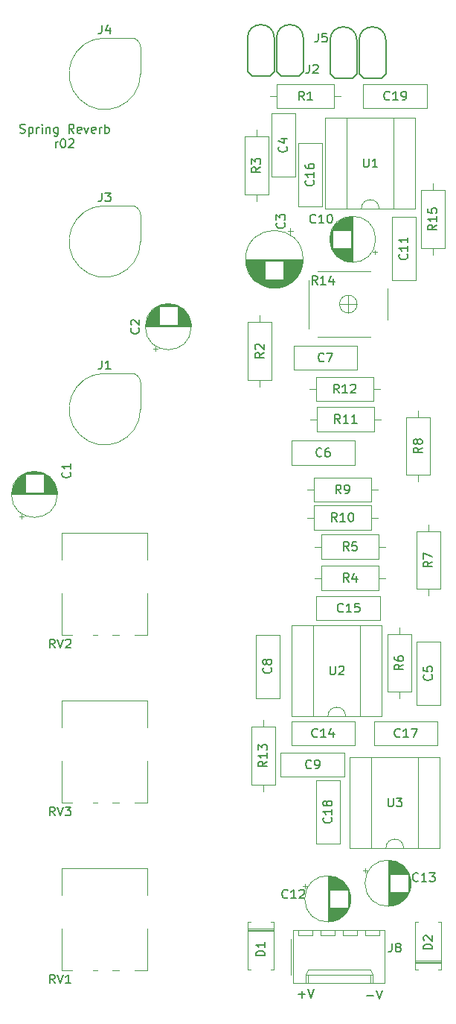
<source format=gto>
%TF.GenerationSoftware,KiCad,Pcbnew,(5.1.8-0-10_14)*%
%TF.CreationDate,2021-07-20T13:11:58+01:00*%
%TF.ProjectId,4u-music-thing-spring-reverb,34752d6d-7573-4696-932d-7468696e672d,rev?*%
%TF.SameCoordinates,Original*%
%TF.FileFunction,Legend,Top*%
%TF.FilePolarity,Positive*%
%FSLAX46Y46*%
G04 Gerber Fmt 4.6, Leading zero omitted, Abs format (unit mm)*
G04 Created by KiCad (PCBNEW (5.1.8-0-10_14)) date 2021-07-20 13:11:58*
%MOMM*%
%LPD*%
G01*
G04 APERTURE LIST*
%ADD10C,0.150000*%
%ADD11C,0.120000*%
%ADD12C,0.152400*%
G04 APERTURE END LIST*
D10*
X102116571Y-51141761D02*
X102259428Y-51189380D01*
X102497523Y-51189380D01*
X102592761Y-51141761D01*
X102640380Y-51094142D01*
X102688000Y-50998904D01*
X102688000Y-50903666D01*
X102640380Y-50808428D01*
X102592761Y-50760809D01*
X102497523Y-50713190D01*
X102307047Y-50665571D01*
X102211809Y-50617952D01*
X102164190Y-50570333D01*
X102116571Y-50475095D01*
X102116571Y-50379857D01*
X102164190Y-50284619D01*
X102211809Y-50237000D01*
X102307047Y-50189380D01*
X102545142Y-50189380D01*
X102688000Y-50237000D01*
X103116571Y-50522714D02*
X103116571Y-51522714D01*
X103116571Y-50570333D02*
X103211809Y-50522714D01*
X103402285Y-50522714D01*
X103497523Y-50570333D01*
X103545142Y-50617952D01*
X103592761Y-50713190D01*
X103592761Y-50998904D01*
X103545142Y-51094142D01*
X103497523Y-51141761D01*
X103402285Y-51189380D01*
X103211809Y-51189380D01*
X103116571Y-51141761D01*
X104021333Y-51189380D02*
X104021333Y-50522714D01*
X104021333Y-50713190D02*
X104068952Y-50617952D01*
X104116571Y-50570333D01*
X104211809Y-50522714D01*
X104307047Y-50522714D01*
X104640380Y-51189380D02*
X104640380Y-50522714D01*
X104640380Y-50189380D02*
X104592761Y-50237000D01*
X104640380Y-50284619D01*
X104688000Y-50237000D01*
X104640380Y-50189380D01*
X104640380Y-50284619D01*
X105116571Y-50522714D02*
X105116571Y-51189380D01*
X105116571Y-50617952D02*
X105164190Y-50570333D01*
X105259428Y-50522714D01*
X105402285Y-50522714D01*
X105497523Y-50570333D01*
X105545142Y-50665571D01*
X105545142Y-51189380D01*
X106449904Y-50522714D02*
X106449904Y-51332238D01*
X106402285Y-51427476D01*
X106354666Y-51475095D01*
X106259428Y-51522714D01*
X106116571Y-51522714D01*
X106021333Y-51475095D01*
X106449904Y-51141761D02*
X106354666Y-51189380D01*
X106164190Y-51189380D01*
X106068952Y-51141761D01*
X106021333Y-51094142D01*
X105973714Y-50998904D01*
X105973714Y-50713190D01*
X106021333Y-50617952D01*
X106068952Y-50570333D01*
X106164190Y-50522714D01*
X106354666Y-50522714D01*
X106449904Y-50570333D01*
X108259428Y-51189380D02*
X107926095Y-50713190D01*
X107688000Y-51189380D02*
X107688000Y-50189380D01*
X108068952Y-50189380D01*
X108164190Y-50237000D01*
X108211809Y-50284619D01*
X108259428Y-50379857D01*
X108259428Y-50522714D01*
X108211809Y-50617952D01*
X108164190Y-50665571D01*
X108068952Y-50713190D01*
X107688000Y-50713190D01*
X109068952Y-51141761D02*
X108973714Y-51189380D01*
X108783238Y-51189380D01*
X108688000Y-51141761D01*
X108640380Y-51046523D01*
X108640380Y-50665571D01*
X108688000Y-50570333D01*
X108783238Y-50522714D01*
X108973714Y-50522714D01*
X109068952Y-50570333D01*
X109116571Y-50665571D01*
X109116571Y-50760809D01*
X108640380Y-50856047D01*
X109449904Y-50522714D02*
X109688000Y-51189380D01*
X109926095Y-50522714D01*
X110688000Y-51141761D02*
X110592761Y-51189380D01*
X110402285Y-51189380D01*
X110307047Y-51141761D01*
X110259428Y-51046523D01*
X110259428Y-50665571D01*
X110307047Y-50570333D01*
X110402285Y-50522714D01*
X110592761Y-50522714D01*
X110688000Y-50570333D01*
X110735619Y-50665571D01*
X110735619Y-50760809D01*
X110259428Y-50856047D01*
X111164190Y-51189380D02*
X111164190Y-50522714D01*
X111164190Y-50713190D02*
X111211809Y-50617952D01*
X111259428Y-50570333D01*
X111354666Y-50522714D01*
X111449904Y-50522714D01*
X111783238Y-51189380D02*
X111783238Y-50189380D01*
X111783238Y-50570333D02*
X111878476Y-50522714D01*
X112068952Y-50522714D01*
X112164190Y-50570333D01*
X112211809Y-50617952D01*
X112259428Y-50713190D01*
X112259428Y-50998904D01*
X112211809Y-51094142D01*
X112164190Y-51141761D01*
X112068952Y-51189380D01*
X111878476Y-51189380D01*
X111783238Y-51141761D01*
X106164190Y-52839380D02*
X106164190Y-52172714D01*
X106164190Y-52363190D02*
X106211809Y-52267952D01*
X106259428Y-52220333D01*
X106354666Y-52172714D01*
X106449904Y-52172714D01*
X106973714Y-51839380D02*
X107068952Y-51839380D01*
X107164190Y-51887000D01*
X107211809Y-51934619D01*
X107259428Y-52029857D01*
X107307047Y-52220333D01*
X107307047Y-52458428D01*
X107259428Y-52648904D01*
X107211809Y-52744142D01*
X107164190Y-52791761D01*
X107068952Y-52839380D01*
X106973714Y-52839380D01*
X106878476Y-52791761D01*
X106830857Y-52744142D01*
X106783238Y-52648904D01*
X106735619Y-52458428D01*
X106735619Y-52220333D01*
X106783238Y-52029857D01*
X106830857Y-51934619D01*
X106878476Y-51887000D01*
X106973714Y-51839380D01*
X107688000Y-51934619D02*
X107735619Y-51887000D01*
X107830857Y-51839380D01*
X108068952Y-51839380D01*
X108164190Y-51887000D01*
X108211809Y-51934619D01*
X108259428Y-52029857D01*
X108259428Y-52125095D01*
X108211809Y-52267952D01*
X107640380Y-52839380D01*
X108259428Y-52839380D01*
X141557476Y-149169428D02*
X142319380Y-149169428D01*
X142652714Y-148550380D02*
X142986047Y-149550380D01*
X143319380Y-148550380D01*
X133810476Y-149042428D02*
X134572380Y-149042428D01*
X134191428Y-149423380D02*
X134191428Y-148661476D01*
X134905714Y-148423380D02*
X135239047Y-149423380D01*
X135572380Y-148423380D01*
D11*
%TO.C,R14*%
X140486000Y-70612000D02*
G75*
G03*
X140486000Y-70612000I-1000000J0D01*
G01*
X139486000Y-71612000D02*
X139486000Y-69612000D01*
X140486000Y-70612000D02*
X138486000Y-70612000D01*
X143986000Y-68862000D02*
X143986000Y-72362000D01*
X135986000Y-74362000D02*
X141986000Y-74362000D01*
X134986000Y-67862000D02*
X134986000Y-73362000D01*
X141986000Y-66862000D02*
X135986000Y-66862000D01*
%TO.C,R13*%
X129794000Y-125960000D02*
X129794000Y-125190000D01*
X129794000Y-117880000D02*
X129794000Y-118650000D01*
X131164000Y-125190000D02*
X131164000Y-118650000D01*
X128424000Y-125190000D02*
X131164000Y-125190000D01*
X128424000Y-118650000D02*
X128424000Y-125190000D01*
X131164000Y-118650000D02*
X128424000Y-118650000D01*
%TO.C,R2*%
X129413000Y-79986000D02*
X129413000Y-79216000D01*
X129413000Y-71906000D02*
X129413000Y-72676000D01*
X130783000Y-79216000D02*
X130783000Y-72676000D01*
X128043000Y-79216000D02*
X130783000Y-79216000D01*
X128043000Y-72676000D02*
X128043000Y-79216000D01*
X130783000Y-72676000D02*
X128043000Y-72676000D01*
%TO.C,J8*%
X143040000Y-142350000D02*
X143040000Y-141750000D01*
X141440000Y-142350000D02*
X143040000Y-142350000D01*
X141440000Y-141750000D02*
X141440000Y-142350000D01*
X140500000Y-142350000D02*
X140500000Y-141750000D01*
X138900000Y-142350000D02*
X140500000Y-142350000D01*
X138900000Y-141750000D02*
X138900000Y-142350000D01*
X137960000Y-142350000D02*
X137960000Y-141750000D01*
X136360000Y-142350000D02*
X137960000Y-142350000D01*
X136360000Y-141750000D02*
X136360000Y-142350000D01*
X135420000Y-142350000D02*
X135420000Y-141750000D01*
X133820000Y-142350000D02*
X135420000Y-142350000D01*
X133820000Y-141750000D02*
X133820000Y-142350000D01*
X141990000Y-147770000D02*
X141990000Y-146770000D01*
X134870000Y-147770000D02*
X134870000Y-146770000D01*
X141990000Y-146240000D02*
X142240000Y-146770000D01*
X134870000Y-146240000D02*
X141990000Y-146240000D01*
X134620000Y-146770000D02*
X134870000Y-146240000D01*
X142240000Y-146770000D02*
X142240000Y-147770000D01*
X134620000Y-146770000D02*
X142240000Y-146770000D01*
X134620000Y-147770000D02*
X134620000Y-146770000D01*
X132950000Y-142780000D02*
X132950000Y-146780000D01*
X143620000Y-141750000D02*
X133240000Y-141750000D01*
X143620000Y-147770000D02*
X143620000Y-141750000D01*
X133240000Y-147770000D02*
X143620000Y-147770000D01*
X133240000Y-141750000D02*
X133240000Y-147770000D01*
D12*
%TO.C,J5*%
X140716000Y-40640000D02*
G75*
G02*
X143764000Y-40640000I1524000J0D01*
G01*
X137414000Y-40640000D02*
G75*
G02*
X140462000Y-40640000I1524000J0D01*
G01*
X143256000Y-44958000D02*
X143764000Y-44450000D01*
X143764000Y-44450000D02*
X143764000Y-40640000D01*
X140716000Y-40640000D02*
X140716000Y-44450000D01*
X141224000Y-44958000D02*
X143256000Y-44958000D01*
X140716000Y-44450000D02*
X141224000Y-44958000D01*
X140462000Y-44450000D02*
X140462000Y-40640000D01*
X139954000Y-44958000D02*
X140462000Y-44450000D01*
X137922000Y-44958000D02*
X139954000Y-44958000D01*
X137414000Y-44450000D02*
X137922000Y-44958000D01*
X137414000Y-40640000D02*
X137414000Y-44450000D01*
D11*
%TO.C,J3*%
X114808000Y-59436000D02*
G75*
G02*
X115824000Y-60452000I0J-1016000D01*
G01*
X115824000Y-63500000D02*
G75*
G02*
X111760000Y-59436000I-4064000J0D01*
G01*
X115824000Y-60452000D02*
X115824000Y-63500000D01*
X111760000Y-59436000D02*
X114808000Y-59436000D01*
D12*
%TO.C,J2*%
X131318000Y-40386000D02*
G75*
G02*
X134366000Y-40386000I1524000J0D01*
G01*
X128016000Y-40386000D02*
G75*
G02*
X131064000Y-40386000I1524000J0D01*
G01*
X133858000Y-44704000D02*
X134366000Y-44196000D01*
X134366000Y-44196000D02*
X134366000Y-40386000D01*
X131318000Y-40386000D02*
X131318000Y-44196000D01*
X131826000Y-44704000D02*
X133858000Y-44704000D01*
X131318000Y-44196000D02*
X131826000Y-44704000D01*
X131064000Y-44196000D02*
X131064000Y-40386000D01*
X130556000Y-44704000D02*
X131064000Y-44196000D01*
X128524000Y-44704000D02*
X130556000Y-44704000D01*
X128016000Y-44196000D02*
X128524000Y-44704000D01*
X128016000Y-40386000D02*
X128016000Y-44196000D01*
D11*
%TO.C,C13*%
X146618000Y-136398000D02*
G75*
G03*
X146618000Y-136398000I-2620000J0D01*
G01*
X143998000Y-133818000D02*
X143998000Y-138978000D01*
X144038000Y-133818000D02*
X144038000Y-138978000D01*
X144078000Y-133819000D02*
X144078000Y-138977000D01*
X144118000Y-133820000D02*
X144118000Y-138976000D01*
X144158000Y-133822000D02*
X144158000Y-138974000D01*
X144198000Y-133825000D02*
X144198000Y-138971000D01*
X144238000Y-133829000D02*
X144238000Y-135358000D01*
X144238000Y-137438000D02*
X144238000Y-138967000D01*
X144278000Y-133833000D02*
X144278000Y-135358000D01*
X144278000Y-137438000D02*
X144278000Y-138963000D01*
X144318000Y-133837000D02*
X144318000Y-135358000D01*
X144318000Y-137438000D02*
X144318000Y-138959000D01*
X144358000Y-133842000D02*
X144358000Y-135358000D01*
X144358000Y-137438000D02*
X144358000Y-138954000D01*
X144398000Y-133848000D02*
X144398000Y-135358000D01*
X144398000Y-137438000D02*
X144398000Y-138948000D01*
X144438000Y-133855000D02*
X144438000Y-135358000D01*
X144438000Y-137438000D02*
X144438000Y-138941000D01*
X144478000Y-133862000D02*
X144478000Y-135358000D01*
X144478000Y-137438000D02*
X144478000Y-138934000D01*
X144518000Y-133870000D02*
X144518000Y-135358000D01*
X144518000Y-137438000D02*
X144518000Y-138926000D01*
X144558000Y-133878000D02*
X144558000Y-135358000D01*
X144558000Y-137438000D02*
X144558000Y-138918000D01*
X144598000Y-133887000D02*
X144598000Y-135358000D01*
X144598000Y-137438000D02*
X144598000Y-138909000D01*
X144638000Y-133897000D02*
X144638000Y-135358000D01*
X144638000Y-137438000D02*
X144638000Y-138899000D01*
X144678000Y-133907000D02*
X144678000Y-135358000D01*
X144678000Y-137438000D02*
X144678000Y-138889000D01*
X144719000Y-133918000D02*
X144719000Y-135358000D01*
X144719000Y-137438000D02*
X144719000Y-138878000D01*
X144759000Y-133930000D02*
X144759000Y-135358000D01*
X144759000Y-137438000D02*
X144759000Y-138866000D01*
X144799000Y-133943000D02*
X144799000Y-135358000D01*
X144799000Y-137438000D02*
X144799000Y-138853000D01*
X144839000Y-133956000D02*
X144839000Y-135358000D01*
X144839000Y-137438000D02*
X144839000Y-138840000D01*
X144879000Y-133970000D02*
X144879000Y-135358000D01*
X144879000Y-137438000D02*
X144879000Y-138826000D01*
X144919000Y-133984000D02*
X144919000Y-135358000D01*
X144919000Y-137438000D02*
X144919000Y-138812000D01*
X144959000Y-134000000D02*
X144959000Y-135358000D01*
X144959000Y-137438000D02*
X144959000Y-138796000D01*
X144999000Y-134016000D02*
X144999000Y-135358000D01*
X144999000Y-137438000D02*
X144999000Y-138780000D01*
X145039000Y-134033000D02*
X145039000Y-135358000D01*
X145039000Y-137438000D02*
X145039000Y-138763000D01*
X145079000Y-134050000D02*
X145079000Y-135358000D01*
X145079000Y-137438000D02*
X145079000Y-138746000D01*
X145119000Y-134069000D02*
X145119000Y-135358000D01*
X145119000Y-137438000D02*
X145119000Y-138727000D01*
X145159000Y-134088000D02*
X145159000Y-135358000D01*
X145159000Y-137438000D02*
X145159000Y-138708000D01*
X145199000Y-134108000D02*
X145199000Y-135358000D01*
X145199000Y-137438000D02*
X145199000Y-138688000D01*
X145239000Y-134130000D02*
X145239000Y-135358000D01*
X145239000Y-137438000D02*
X145239000Y-138666000D01*
X145279000Y-134151000D02*
X145279000Y-135358000D01*
X145279000Y-137438000D02*
X145279000Y-138645000D01*
X145319000Y-134174000D02*
X145319000Y-135358000D01*
X145319000Y-137438000D02*
X145319000Y-138622000D01*
X145359000Y-134198000D02*
X145359000Y-135358000D01*
X145359000Y-137438000D02*
X145359000Y-138598000D01*
X145399000Y-134223000D02*
X145399000Y-135358000D01*
X145399000Y-137438000D02*
X145399000Y-138573000D01*
X145439000Y-134249000D02*
X145439000Y-135358000D01*
X145439000Y-137438000D02*
X145439000Y-138547000D01*
X145479000Y-134276000D02*
X145479000Y-135358000D01*
X145479000Y-137438000D02*
X145479000Y-138520000D01*
X145519000Y-134303000D02*
X145519000Y-135358000D01*
X145519000Y-137438000D02*
X145519000Y-138493000D01*
X145559000Y-134333000D02*
X145559000Y-135358000D01*
X145559000Y-137438000D02*
X145559000Y-138463000D01*
X145599000Y-134363000D02*
X145599000Y-135358000D01*
X145599000Y-137438000D02*
X145599000Y-138433000D01*
X145639000Y-134394000D02*
X145639000Y-135358000D01*
X145639000Y-137438000D02*
X145639000Y-138402000D01*
X145679000Y-134427000D02*
X145679000Y-135358000D01*
X145679000Y-137438000D02*
X145679000Y-138369000D01*
X145719000Y-134461000D02*
X145719000Y-135358000D01*
X145719000Y-137438000D02*
X145719000Y-138335000D01*
X145759000Y-134497000D02*
X145759000Y-135358000D01*
X145759000Y-137438000D02*
X145759000Y-138299000D01*
X145799000Y-134534000D02*
X145799000Y-135358000D01*
X145799000Y-137438000D02*
X145799000Y-138262000D01*
X145839000Y-134572000D02*
X145839000Y-135358000D01*
X145839000Y-137438000D02*
X145839000Y-138224000D01*
X145879000Y-134613000D02*
X145879000Y-135358000D01*
X145879000Y-137438000D02*
X145879000Y-138183000D01*
X145919000Y-134655000D02*
X145919000Y-135358000D01*
X145919000Y-137438000D02*
X145919000Y-138141000D01*
X145959000Y-134699000D02*
X145959000Y-135358000D01*
X145959000Y-137438000D02*
X145959000Y-138097000D01*
X145999000Y-134745000D02*
X145999000Y-135358000D01*
X145999000Y-137438000D02*
X145999000Y-138051000D01*
X146039000Y-134793000D02*
X146039000Y-135358000D01*
X146039000Y-137438000D02*
X146039000Y-138003000D01*
X146079000Y-134844000D02*
X146079000Y-135358000D01*
X146079000Y-137438000D02*
X146079000Y-137952000D01*
X146119000Y-134898000D02*
X146119000Y-135358000D01*
X146119000Y-137438000D02*
X146119000Y-137898000D01*
X146159000Y-134955000D02*
X146159000Y-135358000D01*
X146159000Y-137438000D02*
X146159000Y-137841000D01*
X146199000Y-135015000D02*
X146199000Y-135358000D01*
X146199000Y-137438000D02*
X146199000Y-137781000D01*
X146239000Y-135079000D02*
X146239000Y-135358000D01*
X146239000Y-137438000D02*
X146239000Y-137717000D01*
X146279000Y-135147000D02*
X146279000Y-135358000D01*
X146279000Y-137438000D02*
X146279000Y-137649000D01*
X146319000Y-135220000D02*
X146319000Y-137576000D01*
X146359000Y-135300000D02*
X146359000Y-137496000D01*
X146399000Y-135387000D02*
X146399000Y-137409000D01*
X146439000Y-135483000D02*
X146439000Y-137313000D01*
X146479000Y-135593000D02*
X146479000Y-137203000D01*
X146519000Y-135721000D02*
X146519000Y-137075000D01*
X146559000Y-135880000D02*
X146559000Y-136916000D01*
X146599000Y-136114000D02*
X146599000Y-136682000D01*
X141193225Y-134923000D02*
X141693225Y-134923000D01*
X141443225Y-134673000D02*
X141443225Y-135173000D01*
%TO.C,C12*%
X139760000Y-138176000D02*
G75*
G03*
X139760000Y-138176000I-2620000J0D01*
G01*
X137140000Y-135596000D02*
X137140000Y-140756000D01*
X137180000Y-135596000D02*
X137180000Y-140756000D01*
X137220000Y-135597000D02*
X137220000Y-140755000D01*
X137260000Y-135598000D02*
X137260000Y-140754000D01*
X137300000Y-135600000D02*
X137300000Y-140752000D01*
X137340000Y-135603000D02*
X137340000Y-140749000D01*
X137380000Y-135607000D02*
X137380000Y-137136000D01*
X137380000Y-139216000D02*
X137380000Y-140745000D01*
X137420000Y-135611000D02*
X137420000Y-137136000D01*
X137420000Y-139216000D02*
X137420000Y-140741000D01*
X137460000Y-135615000D02*
X137460000Y-137136000D01*
X137460000Y-139216000D02*
X137460000Y-140737000D01*
X137500000Y-135620000D02*
X137500000Y-137136000D01*
X137500000Y-139216000D02*
X137500000Y-140732000D01*
X137540000Y-135626000D02*
X137540000Y-137136000D01*
X137540000Y-139216000D02*
X137540000Y-140726000D01*
X137580000Y-135633000D02*
X137580000Y-137136000D01*
X137580000Y-139216000D02*
X137580000Y-140719000D01*
X137620000Y-135640000D02*
X137620000Y-137136000D01*
X137620000Y-139216000D02*
X137620000Y-140712000D01*
X137660000Y-135648000D02*
X137660000Y-137136000D01*
X137660000Y-139216000D02*
X137660000Y-140704000D01*
X137700000Y-135656000D02*
X137700000Y-137136000D01*
X137700000Y-139216000D02*
X137700000Y-140696000D01*
X137740000Y-135665000D02*
X137740000Y-137136000D01*
X137740000Y-139216000D02*
X137740000Y-140687000D01*
X137780000Y-135675000D02*
X137780000Y-137136000D01*
X137780000Y-139216000D02*
X137780000Y-140677000D01*
X137820000Y-135685000D02*
X137820000Y-137136000D01*
X137820000Y-139216000D02*
X137820000Y-140667000D01*
X137861000Y-135696000D02*
X137861000Y-137136000D01*
X137861000Y-139216000D02*
X137861000Y-140656000D01*
X137901000Y-135708000D02*
X137901000Y-137136000D01*
X137901000Y-139216000D02*
X137901000Y-140644000D01*
X137941000Y-135721000D02*
X137941000Y-137136000D01*
X137941000Y-139216000D02*
X137941000Y-140631000D01*
X137981000Y-135734000D02*
X137981000Y-137136000D01*
X137981000Y-139216000D02*
X137981000Y-140618000D01*
X138021000Y-135748000D02*
X138021000Y-137136000D01*
X138021000Y-139216000D02*
X138021000Y-140604000D01*
X138061000Y-135762000D02*
X138061000Y-137136000D01*
X138061000Y-139216000D02*
X138061000Y-140590000D01*
X138101000Y-135778000D02*
X138101000Y-137136000D01*
X138101000Y-139216000D02*
X138101000Y-140574000D01*
X138141000Y-135794000D02*
X138141000Y-137136000D01*
X138141000Y-139216000D02*
X138141000Y-140558000D01*
X138181000Y-135811000D02*
X138181000Y-137136000D01*
X138181000Y-139216000D02*
X138181000Y-140541000D01*
X138221000Y-135828000D02*
X138221000Y-137136000D01*
X138221000Y-139216000D02*
X138221000Y-140524000D01*
X138261000Y-135847000D02*
X138261000Y-137136000D01*
X138261000Y-139216000D02*
X138261000Y-140505000D01*
X138301000Y-135866000D02*
X138301000Y-137136000D01*
X138301000Y-139216000D02*
X138301000Y-140486000D01*
X138341000Y-135886000D02*
X138341000Y-137136000D01*
X138341000Y-139216000D02*
X138341000Y-140466000D01*
X138381000Y-135908000D02*
X138381000Y-137136000D01*
X138381000Y-139216000D02*
X138381000Y-140444000D01*
X138421000Y-135929000D02*
X138421000Y-137136000D01*
X138421000Y-139216000D02*
X138421000Y-140423000D01*
X138461000Y-135952000D02*
X138461000Y-137136000D01*
X138461000Y-139216000D02*
X138461000Y-140400000D01*
X138501000Y-135976000D02*
X138501000Y-137136000D01*
X138501000Y-139216000D02*
X138501000Y-140376000D01*
X138541000Y-136001000D02*
X138541000Y-137136000D01*
X138541000Y-139216000D02*
X138541000Y-140351000D01*
X138581000Y-136027000D02*
X138581000Y-137136000D01*
X138581000Y-139216000D02*
X138581000Y-140325000D01*
X138621000Y-136054000D02*
X138621000Y-137136000D01*
X138621000Y-139216000D02*
X138621000Y-140298000D01*
X138661000Y-136081000D02*
X138661000Y-137136000D01*
X138661000Y-139216000D02*
X138661000Y-140271000D01*
X138701000Y-136111000D02*
X138701000Y-137136000D01*
X138701000Y-139216000D02*
X138701000Y-140241000D01*
X138741000Y-136141000D02*
X138741000Y-137136000D01*
X138741000Y-139216000D02*
X138741000Y-140211000D01*
X138781000Y-136172000D02*
X138781000Y-137136000D01*
X138781000Y-139216000D02*
X138781000Y-140180000D01*
X138821000Y-136205000D02*
X138821000Y-137136000D01*
X138821000Y-139216000D02*
X138821000Y-140147000D01*
X138861000Y-136239000D02*
X138861000Y-137136000D01*
X138861000Y-139216000D02*
X138861000Y-140113000D01*
X138901000Y-136275000D02*
X138901000Y-137136000D01*
X138901000Y-139216000D02*
X138901000Y-140077000D01*
X138941000Y-136312000D02*
X138941000Y-137136000D01*
X138941000Y-139216000D02*
X138941000Y-140040000D01*
X138981000Y-136350000D02*
X138981000Y-137136000D01*
X138981000Y-139216000D02*
X138981000Y-140002000D01*
X139021000Y-136391000D02*
X139021000Y-137136000D01*
X139021000Y-139216000D02*
X139021000Y-139961000D01*
X139061000Y-136433000D02*
X139061000Y-137136000D01*
X139061000Y-139216000D02*
X139061000Y-139919000D01*
X139101000Y-136477000D02*
X139101000Y-137136000D01*
X139101000Y-139216000D02*
X139101000Y-139875000D01*
X139141000Y-136523000D02*
X139141000Y-137136000D01*
X139141000Y-139216000D02*
X139141000Y-139829000D01*
X139181000Y-136571000D02*
X139181000Y-137136000D01*
X139181000Y-139216000D02*
X139181000Y-139781000D01*
X139221000Y-136622000D02*
X139221000Y-137136000D01*
X139221000Y-139216000D02*
X139221000Y-139730000D01*
X139261000Y-136676000D02*
X139261000Y-137136000D01*
X139261000Y-139216000D02*
X139261000Y-139676000D01*
X139301000Y-136733000D02*
X139301000Y-137136000D01*
X139301000Y-139216000D02*
X139301000Y-139619000D01*
X139341000Y-136793000D02*
X139341000Y-137136000D01*
X139341000Y-139216000D02*
X139341000Y-139559000D01*
X139381000Y-136857000D02*
X139381000Y-137136000D01*
X139381000Y-139216000D02*
X139381000Y-139495000D01*
X139421000Y-136925000D02*
X139421000Y-137136000D01*
X139421000Y-139216000D02*
X139421000Y-139427000D01*
X139461000Y-136998000D02*
X139461000Y-139354000D01*
X139501000Y-137078000D02*
X139501000Y-139274000D01*
X139541000Y-137165000D02*
X139541000Y-139187000D01*
X139581000Y-137261000D02*
X139581000Y-139091000D01*
X139621000Y-137371000D02*
X139621000Y-138981000D01*
X139661000Y-137499000D02*
X139661000Y-138853000D01*
X139701000Y-137658000D02*
X139701000Y-138694000D01*
X139741000Y-137892000D02*
X139741000Y-138460000D01*
X134335225Y-136701000D02*
X134835225Y-136701000D01*
X134585225Y-136451000D02*
X134585225Y-136951000D01*
%TO.C,C11*%
X147166000Y-60682000D02*
X147166000Y-67922000D01*
X144426000Y-60682000D02*
X144426000Y-67922000D01*
X147166000Y-60682000D02*
X144426000Y-60682000D01*
X147166000Y-67922000D02*
X144426000Y-67922000D01*
%TO.C,C9*%
X131802000Y-121566000D02*
X139042000Y-121566000D01*
X131802000Y-124306000D02*
X139042000Y-124306000D01*
X131802000Y-121566000D02*
X131802000Y-124306000D01*
X139042000Y-121566000D02*
X139042000Y-124306000D01*
%TO.C,RV3*%
X113420000Y-127270000D02*
X112590000Y-127270000D01*
X110970000Y-127270000D02*
X110440000Y-127270000D01*
X108070000Y-127270000D02*
X106890000Y-127270000D01*
X116630000Y-127270000D02*
X116630000Y-122550000D01*
X106890000Y-118740000D02*
X106890000Y-115680000D01*
X106880000Y-127270000D02*
X106880000Y-122550000D01*
X116630000Y-118740000D02*
X116630000Y-115680000D01*
X116630000Y-127270000D02*
X115140000Y-127270000D01*
X116630000Y-115680000D02*
X106890000Y-115680000D01*
%TO.C,RV2*%
X113420000Y-108220000D02*
X112590000Y-108220000D01*
X110970000Y-108220000D02*
X110440000Y-108220000D01*
X108070000Y-108220000D02*
X106890000Y-108220000D01*
X116630000Y-108220000D02*
X116630000Y-103500000D01*
X106890000Y-99690000D02*
X106890000Y-96630000D01*
X106880000Y-108220000D02*
X106880000Y-103500000D01*
X116630000Y-99690000D02*
X116630000Y-96630000D01*
X116630000Y-108220000D02*
X115140000Y-108220000D01*
X116630000Y-96630000D02*
X106890000Y-96630000D01*
%TO.C,RV1*%
X113420000Y-146320000D02*
X112590000Y-146320000D01*
X110970000Y-146320000D02*
X110440000Y-146320000D01*
X108070000Y-146320000D02*
X106890000Y-146320000D01*
X116630000Y-146320000D02*
X116630000Y-141600000D01*
X106890000Y-137790000D02*
X106890000Y-134730000D01*
X106880000Y-146320000D02*
X106880000Y-141600000D01*
X116630000Y-137790000D02*
X116630000Y-134730000D01*
X116630000Y-146320000D02*
X115140000Y-146320000D01*
X116630000Y-134730000D02*
X106890000Y-134730000D01*
%TO.C,U3*%
X143780000Y-132394000D02*
G75*
G02*
X145780000Y-132394000I1000000J0D01*
G01*
X145780000Y-132394000D02*
X147430000Y-132394000D01*
X147430000Y-132394000D02*
X147430000Y-122114000D01*
X147430000Y-122114000D02*
X142130000Y-122114000D01*
X142130000Y-122114000D02*
X142130000Y-132394000D01*
X142130000Y-132394000D02*
X143780000Y-132394000D01*
X149920000Y-132454000D02*
X149920000Y-122054000D01*
X149920000Y-122054000D02*
X139640000Y-122054000D01*
X139640000Y-122054000D02*
X139640000Y-132454000D01*
X139640000Y-132454000D02*
X149920000Y-132454000D01*
%TO.C,U2*%
X137176000Y-117408000D02*
G75*
G02*
X139176000Y-117408000I1000000J0D01*
G01*
X139176000Y-117408000D02*
X140826000Y-117408000D01*
X140826000Y-117408000D02*
X140826000Y-107128000D01*
X140826000Y-107128000D02*
X135526000Y-107128000D01*
X135526000Y-107128000D02*
X135526000Y-117408000D01*
X135526000Y-117408000D02*
X137176000Y-117408000D01*
X143316000Y-117468000D02*
X143316000Y-107068000D01*
X143316000Y-107068000D02*
X133036000Y-107068000D01*
X133036000Y-107068000D02*
X133036000Y-117468000D01*
X133036000Y-117468000D02*
X143316000Y-117468000D01*
%TO.C,U1*%
X140986000Y-59750000D02*
G75*
G02*
X142986000Y-59750000I1000000J0D01*
G01*
X142986000Y-59750000D02*
X144636000Y-59750000D01*
X144636000Y-59750000D02*
X144636000Y-49470000D01*
X144636000Y-49470000D02*
X139336000Y-49470000D01*
X139336000Y-49470000D02*
X139336000Y-59750000D01*
X139336000Y-59750000D02*
X140986000Y-59750000D01*
X147126000Y-59810000D02*
X147126000Y-49410000D01*
X147126000Y-49410000D02*
X136846000Y-49410000D01*
X136846000Y-49410000D02*
X136846000Y-59810000D01*
X136846000Y-59810000D02*
X147126000Y-59810000D01*
%TO.C,R15*%
X149098000Y-56920000D02*
X149098000Y-57690000D01*
X149098000Y-65000000D02*
X149098000Y-64230000D01*
X147728000Y-57690000D02*
X147728000Y-64230000D01*
X150468000Y-57690000D02*
X147728000Y-57690000D01*
X150468000Y-64230000D02*
X150468000Y-57690000D01*
X147728000Y-64230000D02*
X150468000Y-64230000D01*
%TO.C,R12*%
X135025000Y-80264000D02*
X135795000Y-80264000D01*
X143105000Y-80264000D02*
X142335000Y-80264000D01*
X135795000Y-81634000D02*
X142335000Y-81634000D01*
X135795000Y-78894000D02*
X135795000Y-81634000D01*
X142335000Y-78894000D02*
X135795000Y-78894000D01*
X142335000Y-81634000D02*
X142335000Y-78894000D01*
%TO.C,R11*%
X135152000Y-83693000D02*
X135922000Y-83693000D01*
X143232000Y-83693000D02*
X142462000Y-83693000D01*
X135922000Y-85063000D02*
X142462000Y-85063000D01*
X135922000Y-82323000D02*
X135922000Y-85063000D01*
X142462000Y-82323000D02*
X135922000Y-82323000D01*
X142462000Y-85063000D02*
X142462000Y-82323000D01*
%TO.C,R10*%
X142851000Y-94869000D02*
X142081000Y-94869000D01*
X134771000Y-94869000D02*
X135541000Y-94869000D01*
X142081000Y-93499000D02*
X135541000Y-93499000D01*
X142081000Y-96239000D02*
X142081000Y-93499000D01*
X135541000Y-96239000D02*
X142081000Y-96239000D01*
X135541000Y-93499000D02*
X135541000Y-96239000D01*
%TO.C,R9*%
X142851000Y-91694000D02*
X142081000Y-91694000D01*
X134771000Y-91694000D02*
X135541000Y-91694000D01*
X142081000Y-90324000D02*
X135541000Y-90324000D01*
X142081000Y-93064000D02*
X142081000Y-90324000D01*
X135541000Y-93064000D02*
X142081000Y-93064000D01*
X135541000Y-90324000D02*
X135541000Y-93064000D01*
%TO.C,R8*%
X147447000Y-90781000D02*
X147447000Y-90011000D01*
X147447000Y-82701000D02*
X147447000Y-83471000D01*
X148817000Y-90011000D02*
X148817000Y-83471000D01*
X146077000Y-90011000D02*
X148817000Y-90011000D01*
X146077000Y-83471000D02*
X146077000Y-90011000D01*
X148817000Y-83471000D02*
X146077000Y-83471000D01*
%TO.C,R7*%
X148590000Y-103735000D02*
X148590000Y-102965000D01*
X148590000Y-95655000D02*
X148590000Y-96425000D01*
X149960000Y-102965000D02*
X149960000Y-96425000D01*
X147220000Y-102965000D02*
X149960000Y-102965000D01*
X147220000Y-96425000D02*
X147220000Y-102965000D01*
X149960000Y-96425000D02*
X147220000Y-96425000D01*
%TO.C,R6*%
X145288000Y-107339000D02*
X145288000Y-108109000D01*
X145288000Y-115419000D02*
X145288000Y-114649000D01*
X143918000Y-108109000D02*
X143918000Y-114649000D01*
X146658000Y-108109000D02*
X143918000Y-108109000D01*
X146658000Y-114649000D02*
X146658000Y-108109000D01*
X143918000Y-114649000D02*
X146658000Y-114649000D01*
%TO.C,R5*%
X135660000Y-98171000D02*
X136430000Y-98171000D01*
X143740000Y-98171000D02*
X142970000Y-98171000D01*
X136430000Y-99541000D02*
X142970000Y-99541000D01*
X136430000Y-96801000D02*
X136430000Y-99541000D01*
X142970000Y-96801000D02*
X136430000Y-96801000D01*
X142970000Y-99541000D02*
X142970000Y-96801000D01*
%TO.C,R4*%
X135660000Y-101727000D02*
X136430000Y-101727000D01*
X143740000Y-101727000D02*
X142970000Y-101727000D01*
X136430000Y-103097000D02*
X142970000Y-103097000D01*
X136430000Y-100357000D02*
X136430000Y-103097000D01*
X142970000Y-100357000D02*
X136430000Y-100357000D01*
X142970000Y-103097000D02*
X142970000Y-100357000D01*
%TO.C,R3*%
X129032000Y-50824000D02*
X129032000Y-51594000D01*
X129032000Y-58904000D02*
X129032000Y-58134000D01*
X127662000Y-51594000D02*
X127662000Y-58134000D01*
X130402000Y-51594000D02*
X127662000Y-51594000D01*
X130402000Y-58134000D02*
X130402000Y-51594000D01*
X127662000Y-58134000D02*
X130402000Y-58134000D01*
%TO.C,R1*%
X130580000Y-46990000D02*
X131350000Y-46990000D01*
X138660000Y-46990000D02*
X137890000Y-46990000D01*
X131350000Y-48360000D02*
X137890000Y-48360000D01*
X131350000Y-45620000D02*
X131350000Y-48360000D01*
X137890000Y-45620000D02*
X131350000Y-45620000D01*
X137890000Y-48360000D02*
X137890000Y-45620000D01*
%TO.C,J4*%
X114808000Y-40386000D02*
G75*
G02*
X115824000Y-41402000I0J-1016000D01*
G01*
X115824000Y-44450000D02*
G75*
G02*
X111760000Y-40386000I-4064000J0D01*
G01*
X115824000Y-41402000D02*
X115824000Y-44450000D01*
X111760000Y-40386000D02*
X114808000Y-40386000D01*
%TO.C,J1*%
X114808000Y-78486000D02*
G75*
G02*
X115824000Y-79502000I0J-1016000D01*
G01*
X115824000Y-82550000D02*
G75*
G02*
X111760000Y-78486000I-4064000J0D01*
G01*
X115824000Y-79502000D02*
X115824000Y-82550000D01*
X111760000Y-78486000D02*
X114808000Y-78486000D01*
%TO.C,D2*%
X147120000Y-145450000D02*
X150060000Y-145450000D01*
X147120000Y-145210000D02*
X150060000Y-145210000D01*
X147120000Y-145330000D02*
X150060000Y-145330000D01*
X150060000Y-140790000D02*
X149730000Y-140790000D01*
X150060000Y-146230000D02*
X150060000Y-140790000D01*
X149730000Y-146230000D02*
X150060000Y-146230000D01*
X147120000Y-140790000D02*
X147450000Y-140790000D01*
X147120000Y-146230000D02*
X147120000Y-140790000D01*
X147450000Y-146230000D02*
X147120000Y-146230000D01*
%TO.C,D1*%
X131010000Y-141570000D02*
X128070000Y-141570000D01*
X131010000Y-141810000D02*
X128070000Y-141810000D01*
X131010000Y-141690000D02*
X128070000Y-141690000D01*
X128070000Y-146230000D02*
X128400000Y-146230000D01*
X128070000Y-140790000D02*
X128070000Y-146230000D01*
X128400000Y-140790000D02*
X128070000Y-140790000D01*
X131010000Y-146230000D02*
X130680000Y-146230000D01*
X131010000Y-140790000D02*
X131010000Y-146230000D01*
X130680000Y-140790000D02*
X131010000Y-140790000D01*
%TO.C,C19*%
X141200000Y-45620000D02*
X148440000Y-45620000D01*
X141200000Y-48360000D02*
X148440000Y-48360000D01*
X141200000Y-45620000D02*
X141200000Y-48360000D01*
X148440000Y-45620000D02*
X148440000Y-48360000D01*
%TO.C,C18*%
X135790000Y-131930000D02*
X135790000Y-124690000D01*
X138530000Y-131930000D02*
X138530000Y-124690000D01*
X135790000Y-131930000D02*
X138530000Y-131930000D01*
X135790000Y-124690000D02*
X138530000Y-124690000D01*
%TO.C,C17*%
X142390000Y-118010000D02*
X149630000Y-118010000D01*
X142390000Y-120750000D02*
X149630000Y-120750000D01*
X142390000Y-118010000D02*
X142390000Y-120750000D01*
X149630000Y-118010000D02*
X149630000Y-120750000D01*
%TO.C,C16*%
X133758000Y-59540000D02*
X133758000Y-52300000D01*
X136498000Y-59540000D02*
X136498000Y-52300000D01*
X133758000Y-59540000D02*
X136498000Y-59540000D01*
X133758000Y-52300000D02*
X136498000Y-52300000D01*
%TO.C,C15*%
X135866000Y-103786000D02*
X143106000Y-103786000D01*
X135866000Y-106526000D02*
X143106000Y-106526000D01*
X135866000Y-103786000D02*
X135866000Y-106526000D01*
X143106000Y-103786000D02*
X143106000Y-106526000D01*
%TO.C,C14*%
X140232000Y-120750000D02*
X132992000Y-120750000D01*
X140232000Y-118010000D02*
X132992000Y-118010000D01*
X140232000Y-120750000D02*
X140232000Y-118010000D01*
X132992000Y-120750000D02*
X132992000Y-118010000D01*
%TO.C,C10*%
X142594000Y-63246000D02*
G75*
G03*
X142594000Y-63246000I-2620000J0D01*
G01*
X139974000Y-65826000D02*
X139974000Y-60666000D01*
X139934000Y-65826000D02*
X139934000Y-60666000D01*
X139894000Y-65825000D02*
X139894000Y-60667000D01*
X139854000Y-65824000D02*
X139854000Y-60668000D01*
X139814000Y-65822000D02*
X139814000Y-60670000D01*
X139774000Y-65819000D02*
X139774000Y-60673000D01*
X139734000Y-65815000D02*
X139734000Y-64286000D01*
X139734000Y-62206000D02*
X139734000Y-60677000D01*
X139694000Y-65811000D02*
X139694000Y-64286000D01*
X139694000Y-62206000D02*
X139694000Y-60681000D01*
X139654000Y-65807000D02*
X139654000Y-64286000D01*
X139654000Y-62206000D02*
X139654000Y-60685000D01*
X139614000Y-65802000D02*
X139614000Y-64286000D01*
X139614000Y-62206000D02*
X139614000Y-60690000D01*
X139574000Y-65796000D02*
X139574000Y-64286000D01*
X139574000Y-62206000D02*
X139574000Y-60696000D01*
X139534000Y-65789000D02*
X139534000Y-64286000D01*
X139534000Y-62206000D02*
X139534000Y-60703000D01*
X139494000Y-65782000D02*
X139494000Y-64286000D01*
X139494000Y-62206000D02*
X139494000Y-60710000D01*
X139454000Y-65774000D02*
X139454000Y-64286000D01*
X139454000Y-62206000D02*
X139454000Y-60718000D01*
X139414000Y-65766000D02*
X139414000Y-64286000D01*
X139414000Y-62206000D02*
X139414000Y-60726000D01*
X139374000Y-65757000D02*
X139374000Y-64286000D01*
X139374000Y-62206000D02*
X139374000Y-60735000D01*
X139334000Y-65747000D02*
X139334000Y-64286000D01*
X139334000Y-62206000D02*
X139334000Y-60745000D01*
X139294000Y-65737000D02*
X139294000Y-64286000D01*
X139294000Y-62206000D02*
X139294000Y-60755000D01*
X139253000Y-65726000D02*
X139253000Y-64286000D01*
X139253000Y-62206000D02*
X139253000Y-60766000D01*
X139213000Y-65714000D02*
X139213000Y-64286000D01*
X139213000Y-62206000D02*
X139213000Y-60778000D01*
X139173000Y-65701000D02*
X139173000Y-64286000D01*
X139173000Y-62206000D02*
X139173000Y-60791000D01*
X139133000Y-65688000D02*
X139133000Y-64286000D01*
X139133000Y-62206000D02*
X139133000Y-60804000D01*
X139093000Y-65674000D02*
X139093000Y-64286000D01*
X139093000Y-62206000D02*
X139093000Y-60818000D01*
X139053000Y-65660000D02*
X139053000Y-64286000D01*
X139053000Y-62206000D02*
X139053000Y-60832000D01*
X139013000Y-65644000D02*
X139013000Y-64286000D01*
X139013000Y-62206000D02*
X139013000Y-60848000D01*
X138973000Y-65628000D02*
X138973000Y-64286000D01*
X138973000Y-62206000D02*
X138973000Y-60864000D01*
X138933000Y-65611000D02*
X138933000Y-64286000D01*
X138933000Y-62206000D02*
X138933000Y-60881000D01*
X138893000Y-65594000D02*
X138893000Y-64286000D01*
X138893000Y-62206000D02*
X138893000Y-60898000D01*
X138853000Y-65575000D02*
X138853000Y-64286000D01*
X138853000Y-62206000D02*
X138853000Y-60917000D01*
X138813000Y-65556000D02*
X138813000Y-64286000D01*
X138813000Y-62206000D02*
X138813000Y-60936000D01*
X138773000Y-65536000D02*
X138773000Y-64286000D01*
X138773000Y-62206000D02*
X138773000Y-60956000D01*
X138733000Y-65514000D02*
X138733000Y-64286000D01*
X138733000Y-62206000D02*
X138733000Y-60978000D01*
X138693000Y-65493000D02*
X138693000Y-64286000D01*
X138693000Y-62206000D02*
X138693000Y-60999000D01*
X138653000Y-65470000D02*
X138653000Y-64286000D01*
X138653000Y-62206000D02*
X138653000Y-61022000D01*
X138613000Y-65446000D02*
X138613000Y-64286000D01*
X138613000Y-62206000D02*
X138613000Y-61046000D01*
X138573000Y-65421000D02*
X138573000Y-64286000D01*
X138573000Y-62206000D02*
X138573000Y-61071000D01*
X138533000Y-65395000D02*
X138533000Y-64286000D01*
X138533000Y-62206000D02*
X138533000Y-61097000D01*
X138493000Y-65368000D02*
X138493000Y-64286000D01*
X138493000Y-62206000D02*
X138493000Y-61124000D01*
X138453000Y-65341000D02*
X138453000Y-64286000D01*
X138453000Y-62206000D02*
X138453000Y-61151000D01*
X138413000Y-65311000D02*
X138413000Y-64286000D01*
X138413000Y-62206000D02*
X138413000Y-61181000D01*
X138373000Y-65281000D02*
X138373000Y-64286000D01*
X138373000Y-62206000D02*
X138373000Y-61211000D01*
X138333000Y-65250000D02*
X138333000Y-64286000D01*
X138333000Y-62206000D02*
X138333000Y-61242000D01*
X138293000Y-65217000D02*
X138293000Y-64286000D01*
X138293000Y-62206000D02*
X138293000Y-61275000D01*
X138253000Y-65183000D02*
X138253000Y-64286000D01*
X138253000Y-62206000D02*
X138253000Y-61309000D01*
X138213000Y-65147000D02*
X138213000Y-64286000D01*
X138213000Y-62206000D02*
X138213000Y-61345000D01*
X138173000Y-65110000D02*
X138173000Y-64286000D01*
X138173000Y-62206000D02*
X138173000Y-61382000D01*
X138133000Y-65072000D02*
X138133000Y-64286000D01*
X138133000Y-62206000D02*
X138133000Y-61420000D01*
X138093000Y-65031000D02*
X138093000Y-64286000D01*
X138093000Y-62206000D02*
X138093000Y-61461000D01*
X138053000Y-64989000D02*
X138053000Y-64286000D01*
X138053000Y-62206000D02*
X138053000Y-61503000D01*
X138013000Y-64945000D02*
X138013000Y-64286000D01*
X138013000Y-62206000D02*
X138013000Y-61547000D01*
X137973000Y-64899000D02*
X137973000Y-64286000D01*
X137973000Y-62206000D02*
X137973000Y-61593000D01*
X137933000Y-64851000D02*
X137933000Y-64286000D01*
X137933000Y-62206000D02*
X137933000Y-61641000D01*
X137893000Y-64800000D02*
X137893000Y-64286000D01*
X137893000Y-62206000D02*
X137893000Y-61692000D01*
X137853000Y-64746000D02*
X137853000Y-64286000D01*
X137853000Y-62206000D02*
X137853000Y-61746000D01*
X137813000Y-64689000D02*
X137813000Y-64286000D01*
X137813000Y-62206000D02*
X137813000Y-61803000D01*
X137773000Y-64629000D02*
X137773000Y-64286000D01*
X137773000Y-62206000D02*
X137773000Y-61863000D01*
X137733000Y-64565000D02*
X137733000Y-64286000D01*
X137733000Y-62206000D02*
X137733000Y-61927000D01*
X137693000Y-64497000D02*
X137693000Y-64286000D01*
X137693000Y-62206000D02*
X137693000Y-61995000D01*
X137653000Y-64424000D02*
X137653000Y-62068000D01*
X137613000Y-64344000D02*
X137613000Y-62148000D01*
X137573000Y-64257000D02*
X137573000Y-62235000D01*
X137533000Y-64161000D02*
X137533000Y-62331000D01*
X137493000Y-64051000D02*
X137493000Y-62441000D01*
X137453000Y-63923000D02*
X137453000Y-62569000D01*
X137413000Y-63764000D02*
X137413000Y-62728000D01*
X137373000Y-63530000D02*
X137373000Y-62962000D01*
X142778775Y-64721000D02*
X142278775Y-64721000D01*
X142528775Y-64971000D02*
X142528775Y-64471000D01*
%TO.C,C8*%
X128932000Y-115420000D02*
X128932000Y-108180000D01*
X131672000Y-115420000D02*
X131672000Y-108180000D01*
X128932000Y-115420000D02*
X131672000Y-115420000D01*
X128932000Y-108180000D02*
X131672000Y-108180000D01*
%TO.C,C7*%
X140486000Y-78078000D02*
X133246000Y-78078000D01*
X140486000Y-75338000D02*
X133246000Y-75338000D01*
X140486000Y-78078000D02*
X140486000Y-75338000D01*
X133246000Y-78078000D02*
X133246000Y-75338000D01*
%TO.C,C6*%
X132992000Y-86133000D02*
X140232000Y-86133000D01*
X132992000Y-88873000D02*
X140232000Y-88873000D01*
X132992000Y-86133000D02*
X132992000Y-88873000D01*
X140232000Y-86133000D02*
X140232000Y-88873000D01*
%TO.C,C5*%
X147220000Y-116182000D02*
X147220000Y-108942000D01*
X149960000Y-116182000D02*
X149960000Y-108942000D01*
X147220000Y-116182000D02*
X149960000Y-116182000D01*
X147220000Y-108942000D02*
X149960000Y-108942000D01*
%TO.C,C4*%
X130710000Y-56158000D02*
X130710000Y-48918000D01*
X133450000Y-56158000D02*
X133450000Y-48918000D01*
X130710000Y-56158000D02*
X133450000Y-56158000D01*
X130710000Y-48918000D02*
X133450000Y-48918000D01*
%TO.C,C3*%
X134334000Y-65512000D02*
G75*
G03*
X134334000Y-65512000I-3270000J0D01*
G01*
X134294000Y-65512000D02*
X127834000Y-65512000D01*
X134294000Y-65552000D02*
X127834000Y-65552000D01*
X134294000Y-65592000D02*
X127834000Y-65592000D01*
X134292000Y-65632000D02*
X127836000Y-65632000D01*
X134291000Y-65672000D02*
X127837000Y-65672000D01*
X134288000Y-65712000D02*
X127840000Y-65712000D01*
X134286000Y-65752000D02*
X132104000Y-65752000D01*
X130024000Y-65752000D02*
X127842000Y-65752000D01*
X134282000Y-65792000D02*
X132104000Y-65792000D01*
X130024000Y-65792000D02*
X127846000Y-65792000D01*
X134279000Y-65832000D02*
X132104000Y-65832000D01*
X130024000Y-65832000D02*
X127849000Y-65832000D01*
X134275000Y-65872000D02*
X132104000Y-65872000D01*
X130024000Y-65872000D02*
X127853000Y-65872000D01*
X134270000Y-65912000D02*
X132104000Y-65912000D01*
X130024000Y-65912000D02*
X127858000Y-65912000D01*
X134265000Y-65952000D02*
X132104000Y-65952000D01*
X130024000Y-65952000D02*
X127863000Y-65952000D01*
X134259000Y-65992000D02*
X132104000Y-65992000D01*
X130024000Y-65992000D02*
X127869000Y-65992000D01*
X134253000Y-66032000D02*
X132104000Y-66032000D01*
X130024000Y-66032000D02*
X127875000Y-66032000D01*
X134246000Y-66072000D02*
X132104000Y-66072000D01*
X130024000Y-66072000D02*
X127882000Y-66072000D01*
X134239000Y-66112000D02*
X132104000Y-66112000D01*
X130024000Y-66112000D02*
X127889000Y-66112000D01*
X134231000Y-66152000D02*
X132104000Y-66152000D01*
X130024000Y-66152000D02*
X127897000Y-66152000D01*
X134223000Y-66192000D02*
X132104000Y-66192000D01*
X130024000Y-66192000D02*
X127905000Y-66192000D01*
X134214000Y-66233000D02*
X132104000Y-66233000D01*
X130024000Y-66233000D02*
X127914000Y-66233000D01*
X134205000Y-66273000D02*
X132104000Y-66273000D01*
X130024000Y-66273000D02*
X127923000Y-66273000D01*
X134195000Y-66313000D02*
X132104000Y-66313000D01*
X130024000Y-66313000D02*
X127933000Y-66313000D01*
X134185000Y-66353000D02*
X132104000Y-66353000D01*
X130024000Y-66353000D02*
X127943000Y-66353000D01*
X134174000Y-66393000D02*
X132104000Y-66393000D01*
X130024000Y-66393000D02*
X127954000Y-66393000D01*
X134162000Y-66433000D02*
X132104000Y-66433000D01*
X130024000Y-66433000D02*
X127966000Y-66433000D01*
X134150000Y-66473000D02*
X132104000Y-66473000D01*
X130024000Y-66473000D02*
X127978000Y-66473000D01*
X134138000Y-66513000D02*
X132104000Y-66513000D01*
X130024000Y-66513000D02*
X127990000Y-66513000D01*
X134125000Y-66553000D02*
X132104000Y-66553000D01*
X130024000Y-66553000D02*
X128003000Y-66553000D01*
X134111000Y-66593000D02*
X132104000Y-66593000D01*
X130024000Y-66593000D02*
X128017000Y-66593000D01*
X134097000Y-66633000D02*
X132104000Y-66633000D01*
X130024000Y-66633000D02*
X128031000Y-66633000D01*
X134082000Y-66673000D02*
X132104000Y-66673000D01*
X130024000Y-66673000D02*
X128046000Y-66673000D01*
X134066000Y-66713000D02*
X132104000Y-66713000D01*
X130024000Y-66713000D02*
X128062000Y-66713000D01*
X134050000Y-66753000D02*
X132104000Y-66753000D01*
X130024000Y-66753000D02*
X128078000Y-66753000D01*
X134034000Y-66793000D02*
X132104000Y-66793000D01*
X130024000Y-66793000D02*
X128094000Y-66793000D01*
X134016000Y-66833000D02*
X132104000Y-66833000D01*
X130024000Y-66833000D02*
X128112000Y-66833000D01*
X133998000Y-66873000D02*
X132104000Y-66873000D01*
X130024000Y-66873000D02*
X128130000Y-66873000D01*
X133980000Y-66913000D02*
X132104000Y-66913000D01*
X130024000Y-66913000D02*
X128148000Y-66913000D01*
X133960000Y-66953000D02*
X132104000Y-66953000D01*
X130024000Y-66953000D02*
X128168000Y-66953000D01*
X133940000Y-66993000D02*
X132104000Y-66993000D01*
X130024000Y-66993000D02*
X128188000Y-66993000D01*
X133920000Y-67033000D02*
X132104000Y-67033000D01*
X130024000Y-67033000D02*
X128208000Y-67033000D01*
X133898000Y-67073000D02*
X132104000Y-67073000D01*
X130024000Y-67073000D02*
X128230000Y-67073000D01*
X133876000Y-67113000D02*
X132104000Y-67113000D01*
X130024000Y-67113000D02*
X128252000Y-67113000D01*
X133854000Y-67153000D02*
X132104000Y-67153000D01*
X130024000Y-67153000D02*
X128274000Y-67153000D01*
X133830000Y-67193000D02*
X132104000Y-67193000D01*
X130024000Y-67193000D02*
X128298000Y-67193000D01*
X133806000Y-67233000D02*
X132104000Y-67233000D01*
X130024000Y-67233000D02*
X128322000Y-67233000D01*
X133780000Y-67273000D02*
X132104000Y-67273000D01*
X130024000Y-67273000D02*
X128348000Y-67273000D01*
X133754000Y-67313000D02*
X132104000Y-67313000D01*
X130024000Y-67313000D02*
X128374000Y-67313000D01*
X133728000Y-67353000D02*
X132104000Y-67353000D01*
X130024000Y-67353000D02*
X128400000Y-67353000D01*
X133700000Y-67393000D02*
X132104000Y-67393000D01*
X130024000Y-67393000D02*
X128428000Y-67393000D01*
X133671000Y-67433000D02*
X132104000Y-67433000D01*
X130024000Y-67433000D02*
X128457000Y-67433000D01*
X133642000Y-67473000D02*
X132104000Y-67473000D01*
X130024000Y-67473000D02*
X128486000Y-67473000D01*
X133612000Y-67513000D02*
X132104000Y-67513000D01*
X130024000Y-67513000D02*
X128516000Y-67513000D01*
X133580000Y-67553000D02*
X132104000Y-67553000D01*
X130024000Y-67553000D02*
X128548000Y-67553000D01*
X133548000Y-67593000D02*
X132104000Y-67593000D01*
X130024000Y-67593000D02*
X128580000Y-67593000D01*
X133514000Y-67633000D02*
X132104000Y-67633000D01*
X130024000Y-67633000D02*
X128614000Y-67633000D01*
X133480000Y-67673000D02*
X132104000Y-67673000D01*
X130024000Y-67673000D02*
X128648000Y-67673000D01*
X133444000Y-67713000D02*
X132104000Y-67713000D01*
X130024000Y-67713000D02*
X128684000Y-67713000D01*
X133407000Y-67753000D02*
X132104000Y-67753000D01*
X130024000Y-67753000D02*
X128721000Y-67753000D01*
X133369000Y-67793000D02*
X132104000Y-67793000D01*
X130024000Y-67793000D02*
X128759000Y-67793000D01*
X133329000Y-67833000D02*
X128799000Y-67833000D01*
X133288000Y-67873000D02*
X128840000Y-67873000D01*
X133246000Y-67913000D02*
X128882000Y-67913000D01*
X133201000Y-67953000D02*
X128927000Y-67953000D01*
X133156000Y-67993000D02*
X128972000Y-67993000D01*
X133108000Y-68033000D02*
X129020000Y-68033000D01*
X133059000Y-68073000D02*
X129069000Y-68073000D01*
X133008000Y-68113000D02*
X129120000Y-68113000D01*
X132954000Y-68153000D02*
X129174000Y-68153000D01*
X132898000Y-68193000D02*
X129230000Y-68193000D01*
X132840000Y-68233000D02*
X129288000Y-68233000D01*
X132778000Y-68273000D02*
X129350000Y-68273000D01*
X132714000Y-68313000D02*
X129414000Y-68313000D01*
X132645000Y-68353000D02*
X129483000Y-68353000D01*
X132573000Y-68393000D02*
X129555000Y-68393000D01*
X132496000Y-68433000D02*
X129632000Y-68433000D01*
X132414000Y-68473000D02*
X129714000Y-68473000D01*
X132326000Y-68513000D02*
X129802000Y-68513000D01*
X132229000Y-68553000D02*
X129899000Y-68553000D01*
X132123000Y-68593000D02*
X130005000Y-68593000D01*
X132004000Y-68633000D02*
X130124000Y-68633000D01*
X131866000Y-68673000D02*
X130262000Y-68673000D01*
X131697000Y-68713000D02*
X130431000Y-68713000D01*
X131466000Y-68753000D02*
X130662000Y-68753000D01*
X132903000Y-62011759D02*
X132903000Y-62641759D01*
X133218000Y-62326759D02*
X132588000Y-62326759D01*
%TO.C,C2*%
X121619000Y-73172000D02*
G75*
G03*
X121619000Y-73172000I-2620000J0D01*
G01*
X116419000Y-73172000D02*
X121579000Y-73172000D01*
X116419000Y-73132000D02*
X121579000Y-73132000D01*
X116420000Y-73092000D02*
X121578000Y-73092000D01*
X116421000Y-73052000D02*
X121577000Y-73052000D01*
X116423000Y-73012000D02*
X121575000Y-73012000D01*
X116426000Y-72972000D02*
X121572000Y-72972000D01*
X116430000Y-72932000D02*
X117959000Y-72932000D01*
X120039000Y-72932000D02*
X121568000Y-72932000D01*
X116434000Y-72892000D02*
X117959000Y-72892000D01*
X120039000Y-72892000D02*
X121564000Y-72892000D01*
X116438000Y-72852000D02*
X117959000Y-72852000D01*
X120039000Y-72852000D02*
X121560000Y-72852000D01*
X116443000Y-72812000D02*
X117959000Y-72812000D01*
X120039000Y-72812000D02*
X121555000Y-72812000D01*
X116449000Y-72772000D02*
X117959000Y-72772000D01*
X120039000Y-72772000D02*
X121549000Y-72772000D01*
X116456000Y-72732000D02*
X117959000Y-72732000D01*
X120039000Y-72732000D02*
X121542000Y-72732000D01*
X116463000Y-72692000D02*
X117959000Y-72692000D01*
X120039000Y-72692000D02*
X121535000Y-72692000D01*
X116471000Y-72652000D02*
X117959000Y-72652000D01*
X120039000Y-72652000D02*
X121527000Y-72652000D01*
X116479000Y-72612000D02*
X117959000Y-72612000D01*
X120039000Y-72612000D02*
X121519000Y-72612000D01*
X116488000Y-72572000D02*
X117959000Y-72572000D01*
X120039000Y-72572000D02*
X121510000Y-72572000D01*
X116498000Y-72532000D02*
X117959000Y-72532000D01*
X120039000Y-72532000D02*
X121500000Y-72532000D01*
X116508000Y-72492000D02*
X117959000Y-72492000D01*
X120039000Y-72492000D02*
X121490000Y-72492000D01*
X116519000Y-72451000D02*
X117959000Y-72451000D01*
X120039000Y-72451000D02*
X121479000Y-72451000D01*
X116531000Y-72411000D02*
X117959000Y-72411000D01*
X120039000Y-72411000D02*
X121467000Y-72411000D01*
X116544000Y-72371000D02*
X117959000Y-72371000D01*
X120039000Y-72371000D02*
X121454000Y-72371000D01*
X116557000Y-72331000D02*
X117959000Y-72331000D01*
X120039000Y-72331000D02*
X121441000Y-72331000D01*
X116571000Y-72291000D02*
X117959000Y-72291000D01*
X120039000Y-72291000D02*
X121427000Y-72291000D01*
X116585000Y-72251000D02*
X117959000Y-72251000D01*
X120039000Y-72251000D02*
X121413000Y-72251000D01*
X116601000Y-72211000D02*
X117959000Y-72211000D01*
X120039000Y-72211000D02*
X121397000Y-72211000D01*
X116617000Y-72171000D02*
X117959000Y-72171000D01*
X120039000Y-72171000D02*
X121381000Y-72171000D01*
X116634000Y-72131000D02*
X117959000Y-72131000D01*
X120039000Y-72131000D02*
X121364000Y-72131000D01*
X116651000Y-72091000D02*
X117959000Y-72091000D01*
X120039000Y-72091000D02*
X121347000Y-72091000D01*
X116670000Y-72051000D02*
X117959000Y-72051000D01*
X120039000Y-72051000D02*
X121328000Y-72051000D01*
X116689000Y-72011000D02*
X117959000Y-72011000D01*
X120039000Y-72011000D02*
X121309000Y-72011000D01*
X116709000Y-71971000D02*
X117959000Y-71971000D01*
X120039000Y-71971000D02*
X121289000Y-71971000D01*
X116731000Y-71931000D02*
X117959000Y-71931000D01*
X120039000Y-71931000D02*
X121267000Y-71931000D01*
X116752000Y-71891000D02*
X117959000Y-71891000D01*
X120039000Y-71891000D02*
X121246000Y-71891000D01*
X116775000Y-71851000D02*
X117959000Y-71851000D01*
X120039000Y-71851000D02*
X121223000Y-71851000D01*
X116799000Y-71811000D02*
X117959000Y-71811000D01*
X120039000Y-71811000D02*
X121199000Y-71811000D01*
X116824000Y-71771000D02*
X117959000Y-71771000D01*
X120039000Y-71771000D02*
X121174000Y-71771000D01*
X116850000Y-71731000D02*
X117959000Y-71731000D01*
X120039000Y-71731000D02*
X121148000Y-71731000D01*
X116877000Y-71691000D02*
X117959000Y-71691000D01*
X120039000Y-71691000D02*
X121121000Y-71691000D01*
X116904000Y-71651000D02*
X117959000Y-71651000D01*
X120039000Y-71651000D02*
X121094000Y-71651000D01*
X116934000Y-71611000D02*
X117959000Y-71611000D01*
X120039000Y-71611000D02*
X121064000Y-71611000D01*
X116964000Y-71571000D02*
X117959000Y-71571000D01*
X120039000Y-71571000D02*
X121034000Y-71571000D01*
X116995000Y-71531000D02*
X117959000Y-71531000D01*
X120039000Y-71531000D02*
X121003000Y-71531000D01*
X117028000Y-71491000D02*
X117959000Y-71491000D01*
X120039000Y-71491000D02*
X120970000Y-71491000D01*
X117062000Y-71451000D02*
X117959000Y-71451000D01*
X120039000Y-71451000D02*
X120936000Y-71451000D01*
X117098000Y-71411000D02*
X117959000Y-71411000D01*
X120039000Y-71411000D02*
X120900000Y-71411000D01*
X117135000Y-71371000D02*
X117959000Y-71371000D01*
X120039000Y-71371000D02*
X120863000Y-71371000D01*
X117173000Y-71331000D02*
X117959000Y-71331000D01*
X120039000Y-71331000D02*
X120825000Y-71331000D01*
X117214000Y-71291000D02*
X117959000Y-71291000D01*
X120039000Y-71291000D02*
X120784000Y-71291000D01*
X117256000Y-71251000D02*
X117959000Y-71251000D01*
X120039000Y-71251000D02*
X120742000Y-71251000D01*
X117300000Y-71211000D02*
X117959000Y-71211000D01*
X120039000Y-71211000D02*
X120698000Y-71211000D01*
X117346000Y-71171000D02*
X117959000Y-71171000D01*
X120039000Y-71171000D02*
X120652000Y-71171000D01*
X117394000Y-71131000D02*
X117959000Y-71131000D01*
X120039000Y-71131000D02*
X120604000Y-71131000D01*
X117445000Y-71091000D02*
X117959000Y-71091000D01*
X120039000Y-71091000D02*
X120553000Y-71091000D01*
X117499000Y-71051000D02*
X117959000Y-71051000D01*
X120039000Y-71051000D02*
X120499000Y-71051000D01*
X117556000Y-71011000D02*
X117959000Y-71011000D01*
X120039000Y-71011000D02*
X120442000Y-71011000D01*
X117616000Y-70971000D02*
X117959000Y-70971000D01*
X120039000Y-70971000D02*
X120382000Y-70971000D01*
X117680000Y-70931000D02*
X117959000Y-70931000D01*
X120039000Y-70931000D02*
X120318000Y-70931000D01*
X117748000Y-70891000D02*
X117959000Y-70891000D01*
X120039000Y-70891000D02*
X120250000Y-70891000D01*
X117821000Y-70851000D02*
X120177000Y-70851000D01*
X117901000Y-70811000D02*
X120097000Y-70811000D01*
X117988000Y-70771000D02*
X120010000Y-70771000D01*
X118084000Y-70731000D02*
X119914000Y-70731000D01*
X118194000Y-70691000D02*
X119804000Y-70691000D01*
X118322000Y-70651000D02*
X119676000Y-70651000D01*
X118481000Y-70611000D02*
X119517000Y-70611000D01*
X118715000Y-70571000D02*
X119283000Y-70571000D01*
X117524000Y-75976775D02*
X117524000Y-75476775D01*
X117274000Y-75726775D02*
X117774000Y-75726775D01*
%TO.C,C1*%
X106379000Y-92222000D02*
G75*
G03*
X106379000Y-92222000I-2620000J0D01*
G01*
X101179000Y-92222000D02*
X106339000Y-92222000D01*
X101179000Y-92182000D02*
X106339000Y-92182000D01*
X101180000Y-92142000D02*
X106338000Y-92142000D01*
X101181000Y-92102000D02*
X106337000Y-92102000D01*
X101183000Y-92062000D02*
X106335000Y-92062000D01*
X101186000Y-92022000D02*
X106332000Y-92022000D01*
X101190000Y-91982000D02*
X102719000Y-91982000D01*
X104799000Y-91982000D02*
X106328000Y-91982000D01*
X101194000Y-91942000D02*
X102719000Y-91942000D01*
X104799000Y-91942000D02*
X106324000Y-91942000D01*
X101198000Y-91902000D02*
X102719000Y-91902000D01*
X104799000Y-91902000D02*
X106320000Y-91902000D01*
X101203000Y-91862000D02*
X102719000Y-91862000D01*
X104799000Y-91862000D02*
X106315000Y-91862000D01*
X101209000Y-91822000D02*
X102719000Y-91822000D01*
X104799000Y-91822000D02*
X106309000Y-91822000D01*
X101216000Y-91782000D02*
X102719000Y-91782000D01*
X104799000Y-91782000D02*
X106302000Y-91782000D01*
X101223000Y-91742000D02*
X102719000Y-91742000D01*
X104799000Y-91742000D02*
X106295000Y-91742000D01*
X101231000Y-91702000D02*
X102719000Y-91702000D01*
X104799000Y-91702000D02*
X106287000Y-91702000D01*
X101239000Y-91662000D02*
X102719000Y-91662000D01*
X104799000Y-91662000D02*
X106279000Y-91662000D01*
X101248000Y-91622000D02*
X102719000Y-91622000D01*
X104799000Y-91622000D02*
X106270000Y-91622000D01*
X101258000Y-91582000D02*
X102719000Y-91582000D01*
X104799000Y-91582000D02*
X106260000Y-91582000D01*
X101268000Y-91542000D02*
X102719000Y-91542000D01*
X104799000Y-91542000D02*
X106250000Y-91542000D01*
X101279000Y-91501000D02*
X102719000Y-91501000D01*
X104799000Y-91501000D02*
X106239000Y-91501000D01*
X101291000Y-91461000D02*
X102719000Y-91461000D01*
X104799000Y-91461000D02*
X106227000Y-91461000D01*
X101304000Y-91421000D02*
X102719000Y-91421000D01*
X104799000Y-91421000D02*
X106214000Y-91421000D01*
X101317000Y-91381000D02*
X102719000Y-91381000D01*
X104799000Y-91381000D02*
X106201000Y-91381000D01*
X101331000Y-91341000D02*
X102719000Y-91341000D01*
X104799000Y-91341000D02*
X106187000Y-91341000D01*
X101345000Y-91301000D02*
X102719000Y-91301000D01*
X104799000Y-91301000D02*
X106173000Y-91301000D01*
X101361000Y-91261000D02*
X102719000Y-91261000D01*
X104799000Y-91261000D02*
X106157000Y-91261000D01*
X101377000Y-91221000D02*
X102719000Y-91221000D01*
X104799000Y-91221000D02*
X106141000Y-91221000D01*
X101394000Y-91181000D02*
X102719000Y-91181000D01*
X104799000Y-91181000D02*
X106124000Y-91181000D01*
X101411000Y-91141000D02*
X102719000Y-91141000D01*
X104799000Y-91141000D02*
X106107000Y-91141000D01*
X101430000Y-91101000D02*
X102719000Y-91101000D01*
X104799000Y-91101000D02*
X106088000Y-91101000D01*
X101449000Y-91061000D02*
X102719000Y-91061000D01*
X104799000Y-91061000D02*
X106069000Y-91061000D01*
X101469000Y-91021000D02*
X102719000Y-91021000D01*
X104799000Y-91021000D02*
X106049000Y-91021000D01*
X101491000Y-90981000D02*
X102719000Y-90981000D01*
X104799000Y-90981000D02*
X106027000Y-90981000D01*
X101512000Y-90941000D02*
X102719000Y-90941000D01*
X104799000Y-90941000D02*
X106006000Y-90941000D01*
X101535000Y-90901000D02*
X102719000Y-90901000D01*
X104799000Y-90901000D02*
X105983000Y-90901000D01*
X101559000Y-90861000D02*
X102719000Y-90861000D01*
X104799000Y-90861000D02*
X105959000Y-90861000D01*
X101584000Y-90821000D02*
X102719000Y-90821000D01*
X104799000Y-90821000D02*
X105934000Y-90821000D01*
X101610000Y-90781000D02*
X102719000Y-90781000D01*
X104799000Y-90781000D02*
X105908000Y-90781000D01*
X101637000Y-90741000D02*
X102719000Y-90741000D01*
X104799000Y-90741000D02*
X105881000Y-90741000D01*
X101664000Y-90701000D02*
X102719000Y-90701000D01*
X104799000Y-90701000D02*
X105854000Y-90701000D01*
X101694000Y-90661000D02*
X102719000Y-90661000D01*
X104799000Y-90661000D02*
X105824000Y-90661000D01*
X101724000Y-90621000D02*
X102719000Y-90621000D01*
X104799000Y-90621000D02*
X105794000Y-90621000D01*
X101755000Y-90581000D02*
X102719000Y-90581000D01*
X104799000Y-90581000D02*
X105763000Y-90581000D01*
X101788000Y-90541000D02*
X102719000Y-90541000D01*
X104799000Y-90541000D02*
X105730000Y-90541000D01*
X101822000Y-90501000D02*
X102719000Y-90501000D01*
X104799000Y-90501000D02*
X105696000Y-90501000D01*
X101858000Y-90461000D02*
X102719000Y-90461000D01*
X104799000Y-90461000D02*
X105660000Y-90461000D01*
X101895000Y-90421000D02*
X102719000Y-90421000D01*
X104799000Y-90421000D02*
X105623000Y-90421000D01*
X101933000Y-90381000D02*
X102719000Y-90381000D01*
X104799000Y-90381000D02*
X105585000Y-90381000D01*
X101974000Y-90341000D02*
X102719000Y-90341000D01*
X104799000Y-90341000D02*
X105544000Y-90341000D01*
X102016000Y-90301000D02*
X102719000Y-90301000D01*
X104799000Y-90301000D02*
X105502000Y-90301000D01*
X102060000Y-90261000D02*
X102719000Y-90261000D01*
X104799000Y-90261000D02*
X105458000Y-90261000D01*
X102106000Y-90221000D02*
X102719000Y-90221000D01*
X104799000Y-90221000D02*
X105412000Y-90221000D01*
X102154000Y-90181000D02*
X102719000Y-90181000D01*
X104799000Y-90181000D02*
X105364000Y-90181000D01*
X102205000Y-90141000D02*
X102719000Y-90141000D01*
X104799000Y-90141000D02*
X105313000Y-90141000D01*
X102259000Y-90101000D02*
X102719000Y-90101000D01*
X104799000Y-90101000D02*
X105259000Y-90101000D01*
X102316000Y-90061000D02*
X102719000Y-90061000D01*
X104799000Y-90061000D02*
X105202000Y-90061000D01*
X102376000Y-90021000D02*
X102719000Y-90021000D01*
X104799000Y-90021000D02*
X105142000Y-90021000D01*
X102440000Y-89981000D02*
X102719000Y-89981000D01*
X104799000Y-89981000D02*
X105078000Y-89981000D01*
X102508000Y-89941000D02*
X102719000Y-89941000D01*
X104799000Y-89941000D02*
X105010000Y-89941000D01*
X102581000Y-89901000D02*
X104937000Y-89901000D01*
X102661000Y-89861000D02*
X104857000Y-89861000D01*
X102748000Y-89821000D02*
X104770000Y-89821000D01*
X102844000Y-89781000D02*
X104674000Y-89781000D01*
X102954000Y-89741000D02*
X104564000Y-89741000D01*
X103082000Y-89701000D02*
X104436000Y-89701000D01*
X103241000Y-89661000D02*
X104277000Y-89661000D01*
X103475000Y-89621000D02*
X104043000Y-89621000D01*
X102284000Y-95026775D02*
X102284000Y-94526775D01*
X102034000Y-94776775D02*
X102534000Y-94776775D01*
%TO.C,R14*%
D10*
X135962142Y-68397380D02*
X135628809Y-67921190D01*
X135390714Y-68397380D02*
X135390714Y-67397380D01*
X135771666Y-67397380D01*
X135866904Y-67445000D01*
X135914523Y-67492619D01*
X135962142Y-67587857D01*
X135962142Y-67730714D01*
X135914523Y-67825952D01*
X135866904Y-67873571D01*
X135771666Y-67921190D01*
X135390714Y-67921190D01*
X136914523Y-68397380D02*
X136343095Y-68397380D01*
X136628809Y-68397380D02*
X136628809Y-67397380D01*
X136533571Y-67540238D01*
X136438333Y-67635476D01*
X136343095Y-67683095D01*
X137771666Y-67730714D02*
X137771666Y-68397380D01*
X137533571Y-67349761D02*
X137295476Y-68064047D01*
X137914523Y-68064047D01*
%TO.C,R13*%
X130246380Y-122562857D02*
X129770190Y-122896190D01*
X130246380Y-123134285D02*
X129246380Y-123134285D01*
X129246380Y-122753333D01*
X129294000Y-122658095D01*
X129341619Y-122610476D01*
X129436857Y-122562857D01*
X129579714Y-122562857D01*
X129674952Y-122610476D01*
X129722571Y-122658095D01*
X129770190Y-122753333D01*
X129770190Y-123134285D01*
X130246380Y-121610476D02*
X130246380Y-122181904D01*
X130246380Y-121896190D02*
X129246380Y-121896190D01*
X129389238Y-121991428D01*
X129484476Y-122086666D01*
X129532095Y-122181904D01*
X129246380Y-121277142D02*
X129246380Y-120658095D01*
X129627333Y-120991428D01*
X129627333Y-120848571D01*
X129674952Y-120753333D01*
X129722571Y-120705714D01*
X129817809Y-120658095D01*
X130055904Y-120658095D01*
X130151142Y-120705714D01*
X130198761Y-120753333D01*
X130246380Y-120848571D01*
X130246380Y-121134285D01*
X130198761Y-121229523D01*
X130151142Y-121277142D01*
%TO.C,R2*%
X129865380Y-76112666D02*
X129389190Y-76446000D01*
X129865380Y-76684095D02*
X128865380Y-76684095D01*
X128865380Y-76303142D01*
X128913000Y-76207904D01*
X128960619Y-76160285D01*
X129055857Y-76112666D01*
X129198714Y-76112666D01*
X129293952Y-76160285D01*
X129341571Y-76207904D01*
X129389190Y-76303142D01*
X129389190Y-76684095D01*
X128960619Y-75731714D02*
X128913000Y-75684095D01*
X128865380Y-75588857D01*
X128865380Y-75350761D01*
X128913000Y-75255523D01*
X128960619Y-75207904D01*
X129055857Y-75160285D01*
X129151095Y-75160285D01*
X129293952Y-75207904D01*
X129865380Y-75779333D01*
X129865380Y-75160285D01*
%TO.C,J8*%
X144446666Y-143216380D02*
X144446666Y-143930666D01*
X144399047Y-144073523D01*
X144303809Y-144168761D01*
X144160952Y-144216380D01*
X144065714Y-144216380D01*
X145065714Y-143644952D02*
X144970476Y-143597333D01*
X144922857Y-143549714D01*
X144875238Y-143454476D01*
X144875238Y-143406857D01*
X144922857Y-143311619D01*
X144970476Y-143264000D01*
X145065714Y-143216380D01*
X145256190Y-143216380D01*
X145351428Y-143264000D01*
X145399047Y-143311619D01*
X145446666Y-143406857D01*
X145446666Y-143454476D01*
X145399047Y-143549714D01*
X145351428Y-143597333D01*
X145256190Y-143644952D01*
X145065714Y-143644952D01*
X144970476Y-143692571D01*
X144922857Y-143740190D01*
X144875238Y-143835428D01*
X144875238Y-144025904D01*
X144922857Y-144121142D01*
X144970476Y-144168761D01*
X145065714Y-144216380D01*
X145256190Y-144216380D01*
X145351428Y-144168761D01*
X145399047Y-144121142D01*
X145446666Y-144025904D01*
X145446666Y-143835428D01*
X145399047Y-143740190D01*
X145351428Y-143692571D01*
X145256190Y-143644952D01*
%TO.C,J5*%
X136064666Y-39838380D02*
X136064666Y-40552666D01*
X136017047Y-40695523D01*
X135921809Y-40790761D01*
X135778952Y-40838380D01*
X135683714Y-40838380D01*
X137017047Y-39838380D02*
X136540857Y-39838380D01*
X136493238Y-40314571D01*
X136540857Y-40266952D01*
X136636095Y-40219333D01*
X136874190Y-40219333D01*
X136969428Y-40266952D01*
X137017047Y-40314571D01*
X137064666Y-40409809D01*
X137064666Y-40647904D01*
X137017047Y-40743142D01*
X136969428Y-40790761D01*
X136874190Y-40838380D01*
X136636095Y-40838380D01*
X136540857Y-40790761D01*
X136493238Y-40743142D01*
%TO.C,J3*%
X111426666Y-57952380D02*
X111426666Y-58666666D01*
X111379047Y-58809523D01*
X111283809Y-58904761D01*
X111140952Y-58952380D01*
X111045714Y-58952380D01*
X111807619Y-57952380D02*
X112426666Y-57952380D01*
X112093333Y-58333333D01*
X112236190Y-58333333D01*
X112331428Y-58380952D01*
X112379047Y-58428571D01*
X112426666Y-58523809D01*
X112426666Y-58761904D01*
X112379047Y-58857142D01*
X112331428Y-58904761D01*
X112236190Y-58952380D01*
X111950476Y-58952380D01*
X111855238Y-58904761D01*
X111807619Y-58857142D01*
%TO.C,J2*%
X135048666Y-43394380D02*
X135048666Y-44108666D01*
X135001047Y-44251523D01*
X134905809Y-44346761D01*
X134762952Y-44394380D01*
X134667714Y-44394380D01*
X135477238Y-43489619D02*
X135524857Y-43442000D01*
X135620095Y-43394380D01*
X135858190Y-43394380D01*
X135953428Y-43442000D01*
X136001047Y-43489619D01*
X136048666Y-43584857D01*
X136048666Y-43680095D01*
X136001047Y-43822952D01*
X135429619Y-44394380D01*
X136048666Y-44394380D01*
%TO.C,C13*%
X147439142Y-136120142D02*
X147391523Y-136167761D01*
X147248666Y-136215380D01*
X147153428Y-136215380D01*
X147010571Y-136167761D01*
X146915333Y-136072523D01*
X146867714Y-135977285D01*
X146820095Y-135786809D01*
X146820095Y-135643952D01*
X146867714Y-135453476D01*
X146915333Y-135358238D01*
X147010571Y-135263000D01*
X147153428Y-135215380D01*
X147248666Y-135215380D01*
X147391523Y-135263000D01*
X147439142Y-135310619D01*
X148391523Y-136215380D02*
X147820095Y-136215380D01*
X148105809Y-136215380D02*
X148105809Y-135215380D01*
X148010571Y-135358238D01*
X147915333Y-135453476D01*
X147820095Y-135501095D01*
X148724857Y-135215380D02*
X149343904Y-135215380D01*
X149010571Y-135596333D01*
X149153428Y-135596333D01*
X149248666Y-135643952D01*
X149296285Y-135691571D01*
X149343904Y-135786809D01*
X149343904Y-136024904D01*
X149296285Y-136120142D01*
X149248666Y-136167761D01*
X149153428Y-136215380D01*
X148867714Y-136215380D01*
X148772476Y-136167761D01*
X148724857Y-136120142D01*
%TO.C,C12*%
X132580142Y-138025142D02*
X132532523Y-138072761D01*
X132389666Y-138120380D01*
X132294428Y-138120380D01*
X132151571Y-138072761D01*
X132056333Y-137977523D01*
X132008714Y-137882285D01*
X131961095Y-137691809D01*
X131961095Y-137548952D01*
X132008714Y-137358476D01*
X132056333Y-137263238D01*
X132151571Y-137168000D01*
X132294428Y-137120380D01*
X132389666Y-137120380D01*
X132532523Y-137168000D01*
X132580142Y-137215619D01*
X133532523Y-138120380D02*
X132961095Y-138120380D01*
X133246809Y-138120380D02*
X133246809Y-137120380D01*
X133151571Y-137263238D01*
X133056333Y-137358476D01*
X132961095Y-137406095D01*
X133913476Y-137215619D02*
X133961095Y-137168000D01*
X134056333Y-137120380D01*
X134294428Y-137120380D01*
X134389666Y-137168000D01*
X134437285Y-137215619D01*
X134484904Y-137310857D01*
X134484904Y-137406095D01*
X134437285Y-137548952D01*
X133865857Y-138120380D01*
X134484904Y-138120380D01*
%TO.C,C11*%
X146153142Y-64944857D02*
X146200761Y-64992476D01*
X146248380Y-65135333D01*
X146248380Y-65230571D01*
X146200761Y-65373428D01*
X146105523Y-65468666D01*
X146010285Y-65516285D01*
X145819809Y-65563904D01*
X145676952Y-65563904D01*
X145486476Y-65516285D01*
X145391238Y-65468666D01*
X145296000Y-65373428D01*
X145248380Y-65230571D01*
X145248380Y-65135333D01*
X145296000Y-64992476D01*
X145343619Y-64944857D01*
X146248380Y-63992476D02*
X146248380Y-64563904D01*
X146248380Y-64278190D02*
X145248380Y-64278190D01*
X145391238Y-64373428D01*
X145486476Y-64468666D01*
X145534095Y-64563904D01*
X146248380Y-63040095D02*
X146248380Y-63611523D01*
X146248380Y-63325809D02*
X145248380Y-63325809D01*
X145391238Y-63421047D01*
X145486476Y-63516285D01*
X145534095Y-63611523D01*
%TO.C,C9*%
X135255333Y-123293142D02*
X135207714Y-123340761D01*
X135064857Y-123388380D01*
X134969619Y-123388380D01*
X134826761Y-123340761D01*
X134731523Y-123245523D01*
X134683904Y-123150285D01*
X134636285Y-122959809D01*
X134636285Y-122816952D01*
X134683904Y-122626476D01*
X134731523Y-122531238D01*
X134826761Y-122436000D01*
X134969619Y-122388380D01*
X135064857Y-122388380D01*
X135207714Y-122436000D01*
X135255333Y-122483619D01*
X135731523Y-123388380D02*
X135922000Y-123388380D01*
X136017238Y-123340761D01*
X136064857Y-123293142D01*
X136160095Y-123150285D01*
X136207714Y-122959809D01*
X136207714Y-122578857D01*
X136160095Y-122483619D01*
X136112476Y-122436000D01*
X136017238Y-122388380D01*
X135826761Y-122388380D01*
X135731523Y-122436000D01*
X135683904Y-122483619D01*
X135636285Y-122578857D01*
X135636285Y-122816952D01*
X135683904Y-122912190D01*
X135731523Y-122959809D01*
X135826761Y-123007428D01*
X136017238Y-123007428D01*
X136112476Y-122959809D01*
X136160095Y-122912190D01*
X136207714Y-122816952D01*
%TO.C,RV3*%
X106084761Y-128722380D02*
X105751428Y-128246190D01*
X105513333Y-128722380D02*
X105513333Y-127722380D01*
X105894285Y-127722380D01*
X105989523Y-127770000D01*
X106037142Y-127817619D01*
X106084761Y-127912857D01*
X106084761Y-128055714D01*
X106037142Y-128150952D01*
X105989523Y-128198571D01*
X105894285Y-128246190D01*
X105513333Y-128246190D01*
X106370476Y-127722380D02*
X106703809Y-128722380D01*
X107037142Y-127722380D01*
X107275238Y-127722380D02*
X107894285Y-127722380D01*
X107560952Y-128103333D01*
X107703809Y-128103333D01*
X107799047Y-128150952D01*
X107846666Y-128198571D01*
X107894285Y-128293809D01*
X107894285Y-128531904D01*
X107846666Y-128627142D01*
X107799047Y-128674761D01*
X107703809Y-128722380D01*
X107418095Y-128722380D01*
X107322857Y-128674761D01*
X107275238Y-128627142D01*
%TO.C,RV2*%
X106084761Y-109672380D02*
X105751428Y-109196190D01*
X105513333Y-109672380D02*
X105513333Y-108672380D01*
X105894285Y-108672380D01*
X105989523Y-108720000D01*
X106037142Y-108767619D01*
X106084761Y-108862857D01*
X106084761Y-109005714D01*
X106037142Y-109100952D01*
X105989523Y-109148571D01*
X105894285Y-109196190D01*
X105513333Y-109196190D01*
X106370476Y-108672380D02*
X106703809Y-109672380D01*
X107037142Y-108672380D01*
X107322857Y-108767619D02*
X107370476Y-108720000D01*
X107465714Y-108672380D01*
X107703809Y-108672380D01*
X107799047Y-108720000D01*
X107846666Y-108767619D01*
X107894285Y-108862857D01*
X107894285Y-108958095D01*
X107846666Y-109100952D01*
X107275238Y-109672380D01*
X107894285Y-109672380D01*
%TO.C,RV1*%
X106084761Y-147772380D02*
X105751428Y-147296190D01*
X105513333Y-147772380D02*
X105513333Y-146772380D01*
X105894285Y-146772380D01*
X105989523Y-146820000D01*
X106037142Y-146867619D01*
X106084761Y-146962857D01*
X106084761Y-147105714D01*
X106037142Y-147200952D01*
X105989523Y-147248571D01*
X105894285Y-147296190D01*
X105513333Y-147296190D01*
X106370476Y-146772380D02*
X106703809Y-147772380D01*
X107037142Y-146772380D01*
X107894285Y-147772380D02*
X107322857Y-147772380D01*
X107608571Y-147772380D02*
X107608571Y-146772380D01*
X107513333Y-146915238D01*
X107418095Y-147010476D01*
X107322857Y-147058095D01*
%TO.C,U3*%
X144018095Y-126706380D02*
X144018095Y-127515904D01*
X144065714Y-127611142D01*
X144113333Y-127658761D01*
X144208571Y-127706380D01*
X144399047Y-127706380D01*
X144494285Y-127658761D01*
X144541904Y-127611142D01*
X144589523Y-127515904D01*
X144589523Y-126706380D01*
X144970476Y-126706380D02*
X145589523Y-126706380D01*
X145256190Y-127087333D01*
X145399047Y-127087333D01*
X145494285Y-127134952D01*
X145541904Y-127182571D01*
X145589523Y-127277809D01*
X145589523Y-127515904D01*
X145541904Y-127611142D01*
X145494285Y-127658761D01*
X145399047Y-127706380D01*
X145113333Y-127706380D01*
X145018095Y-127658761D01*
X144970476Y-127611142D01*
%TO.C,U2*%
X137414095Y-111720380D02*
X137414095Y-112529904D01*
X137461714Y-112625142D01*
X137509333Y-112672761D01*
X137604571Y-112720380D01*
X137795047Y-112720380D01*
X137890285Y-112672761D01*
X137937904Y-112625142D01*
X137985523Y-112529904D01*
X137985523Y-111720380D01*
X138414095Y-111815619D02*
X138461714Y-111768000D01*
X138556952Y-111720380D01*
X138795047Y-111720380D01*
X138890285Y-111768000D01*
X138937904Y-111815619D01*
X138985523Y-111910857D01*
X138985523Y-112006095D01*
X138937904Y-112148952D01*
X138366476Y-112720380D01*
X138985523Y-112720380D01*
%TO.C,U1*%
X141224095Y-54062380D02*
X141224095Y-54871904D01*
X141271714Y-54967142D01*
X141319333Y-55014761D01*
X141414571Y-55062380D01*
X141605047Y-55062380D01*
X141700285Y-55014761D01*
X141747904Y-54967142D01*
X141795523Y-54871904D01*
X141795523Y-54062380D01*
X142795523Y-55062380D02*
X142224095Y-55062380D01*
X142509809Y-55062380D02*
X142509809Y-54062380D01*
X142414571Y-54205238D01*
X142319333Y-54300476D01*
X142224095Y-54348095D01*
%TO.C,R15*%
X149550380Y-61602857D02*
X149074190Y-61936190D01*
X149550380Y-62174285D02*
X148550380Y-62174285D01*
X148550380Y-61793333D01*
X148598000Y-61698095D01*
X148645619Y-61650476D01*
X148740857Y-61602857D01*
X148883714Y-61602857D01*
X148978952Y-61650476D01*
X149026571Y-61698095D01*
X149074190Y-61793333D01*
X149074190Y-62174285D01*
X149550380Y-60650476D02*
X149550380Y-61221904D01*
X149550380Y-60936190D02*
X148550380Y-60936190D01*
X148693238Y-61031428D01*
X148788476Y-61126666D01*
X148836095Y-61221904D01*
X148550380Y-59745714D02*
X148550380Y-60221904D01*
X149026571Y-60269523D01*
X148978952Y-60221904D01*
X148931333Y-60126666D01*
X148931333Y-59888571D01*
X148978952Y-59793333D01*
X149026571Y-59745714D01*
X149121809Y-59698095D01*
X149359904Y-59698095D01*
X149455142Y-59745714D01*
X149502761Y-59793333D01*
X149550380Y-59888571D01*
X149550380Y-60126666D01*
X149502761Y-60221904D01*
X149455142Y-60269523D01*
%TO.C,R12*%
X138422142Y-80716380D02*
X138088809Y-80240190D01*
X137850714Y-80716380D02*
X137850714Y-79716380D01*
X138231666Y-79716380D01*
X138326904Y-79764000D01*
X138374523Y-79811619D01*
X138422142Y-79906857D01*
X138422142Y-80049714D01*
X138374523Y-80144952D01*
X138326904Y-80192571D01*
X138231666Y-80240190D01*
X137850714Y-80240190D01*
X139374523Y-80716380D02*
X138803095Y-80716380D01*
X139088809Y-80716380D02*
X139088809Y-79716380D01*
X138993571Y-79859238D01*
X138898333Y-79954476D01*
X138803095Y-80002095D01*
X139755476Y-79811619D02*
X139803095Y-79764000D01*
X139898333Y-79716380D01*
X140136428Y-79716380D01*
X140231666Y-79764000D01*
X140279285Y-79811619D01*
X140326904Y-79906857D01*
X140326904Y-80002095D01*
X140279285Y-80144952D01*
X139707857Y-80716380D01*
X140326904Y-80716380D01*
%TO.C,R11*%
X138549142Y-84145380D02*
X138215809Y-83669190D01*
X137977714Y-84145380D02*
X137977714Y-83145380D01*
X138358666Y-83145380D01*
X138453904Y-83193000D01*
X138501523Y-83240619D01*
X138549142Y-83335857D01*
X138549142Y-83478714D01*
X138501523Y-83573952D01*
X138453904Y-83621571D01*
X138358666Y-83669190D01*
X137977714Y-83669190D01*
X139501523Y-84145380D02*
X138930095Y-84145380D01*
X139215809Y-84145380D02*
X139215809Y-83145380D01*
X139120571Y-83288238D01*
X139025333Y-83383476D01*
X138930095Y-83431095D01*
X140453904Y-84145380D02*
X139882476Y-84145380D01*
X140168190Y-84145380D02*
X140168190Y-83145380D01*
X140072952Y-83288238D01*
X139977714Y-83383476D01*
X139882476Y-83431095D01*
%TO.C,R10*%
X138168142Y-95321380D02*
X137834809Y-94845190D01*
X137596714Y-95321380D02*
X137596714Y-94321380D01*
X137977666Y-94321380D01*
X138072904Y-94369000D01*
X138120523Y-94416619D01*
X138168142Y-94511857D01*
X138168142Y-94654714D01*
X138120523Y-94749952D01*
X138072904Y-94797571D01*
X137977666Y-94845190D01*
X137596714Y-94845190D01*
X139120523Y-95321380D02*
X138549095Y-95321380D01*
X138834809Y-95321380D02*
X138834809Y-94321380D01*
X138739571Y-94464238D01*
X138644333Y-94559476D01*
X138549095Y-94607095D01*
X139739571Y-94321380D02*
X139834809Y-94321380D01*
X139930047Y-94369000D01*
X139977666Y-94416619D01*
X140025285Y-94511857D01*
X140072904Y-94702333D01*
X140072904Y-94940428D01*
X140025285Y-95130904D01*
X139977666Y-95226142D01*
X139930047Y-95273761D01*
X139834809Y-95321380D01*
X139739571Y-95321380D01*
X139644333Y-95273761D01*
X139596714Y-95226142D01*
X139549095Y-95130904D01*
X139501476Y-94940428D01*
X139501476Y-94702333D01*
X139549095Y-94511857D01*
X139596714Y-94416619D01*
X139644333Y-94369000D01*
X139739571Y-94321380D01*
%TO.C,R9*%
X138644333Y-92146380D02*
X138311000Y-91670190D01*
X138072904Y-92146380D02*
X138072904Y-91146380D01*
X138453857Y-91146380D01*
X138549095Y-91194000D01*
X138596714Y-91241619D01*
X138644333Y-91336857D01*
X138644333Y-91479714D01*
X138596714Y-91574952D01*
X138549095Y-91622571D01*
X138453857Y-91670190D01*
X138072904Y-91670190D01*
X139120523Y-92146380D02*
X139311000Y-92146380D01*
X139406238Y-92098761D01*
X139453857Y-92051142D01*
X139549095Y-91908285D01*
X139596714Y-91717809D01*
X139596714Y-91336857D01*
X139549095Y-91241619D01*
X139501476Y-91194000D01*
X139406238Y-91146380D01*
X139215761Y-91146380D01*
X139120523Y-91194000D01*
X139072904Y-91241619D01*
X139025285Y-91336857D01*
X139025285Y-91574952D01*
X139072904Y-91670190D01*
X139120523Y-91717809D01*
X139215761Y-91765428D01*
X139406238Y-91765428D01*
X139501476Y-91717809D01*
X139549095Y-91670190D01*
X139596714Y-91574952D01*
%TO.C,R8*%
X147899380Y-86907666D02*
X147423190Y-87241000D01*
X147899380Y-87479095D02*
X146899380Y-87479095D01*
X146899380Y-87098142D01*
X146947000Y-87002904D01*
X146994619Y-86955285D01*
X147089857Y-86907666D01*
X147232714Y-86907666D01*
X147327952Y-86955285D01*
X147375571Y-87002904D01*
X147423190Y-87098142D01*
X147423190Y-87479095D01*
X147327952Y-86336238D02*
X147280333Y-86431476D01*
X147232714Y-86479095D01*
X147137476Y-86526714D01*
X147089857Y-86526714D01*
X146994619Y-86479095D01*
X146947000Y-86431476D01*
X146899380Y-86336238D01*
X146899380Y-86145761D01*
X146947000Y-86050523D01*
X146994619Y-86002904D01*
X147089857Y-85955285D01*
X147137476Y-85955285D01*
X147232714Y-86002904D01*
X147280333Y-86050523D01*
X147327952Y-86145761D01*
X147327952Y-86336238D01*
X147375571Y-86431476D01*
X147423190Y-86479095D01*
X147518428Y-86526714D01*
X147708904Y-86526714D01*
X147804142Y-86479095D01*
X147851761Y-86431476D01*
X147899380Y-86336238D01*
X147899380Y-86145761D01*
X147851761Y-86050523D01*
X147804142Y-86002904D01*
X147708904Y-85955285D01*
X147518428Y-85955285D01*
X147423190Y-86002904D01*
X147375571Y-86050523D01*
X147327952Y-86145761D01*
%TO.C,R7*%
X149042380Y-99861666D02*
X148566190Y-100195000D01*
X149042380Y-100433095D02*
X148042380Y-100433095D01*
X148042380Y-100052142D01*
X148090000Y-99956904D01*
X148137619Y-99909285D01*
X148232857Y-99861666D01*
X148375714Y-99861666D01*
X148470952Y-99909285D01*
X148518571Y-99956904D01*
X148566190Y-100052142D01*
X148566190Y-100433095D01*
X148042380Y-99528333D02*
X148042380Y-98861666D01*
X149042380Y-99290238D01*
%TO.C,R6*%
X145740380Y-111545666D02*
X145264190Y-111879000D01*
X145740380Y-112117095D02*
X144740380Y-112117095D01*
X144740380Y-111736142D01*
X144788000Y-111640904D01*
X144835619Y-111593285D01*
X144930857Y-111545666D01*
X145073714Y-111545666D01*
X145168952Y-111593285D01*
X145216571Y-111640904D01*
X145264190Y-111736142D01*
X145264190Y-112117095D01*
X144740380Y-110688523D02*
X144740380Y-110879000D01*
X144788000Y-110974238D01*
X144835619Y-111021857D01*
X144978476Y-111117095D01*
X145168952Y-111164714D01*
X145549904Y-111164714D01*
X145645142Y-111117095D01*
X145692761Y-111069476D01*
X145740380Y-110974238D01*
X145740380Y-110783761D01*
X145692761Y-110688523D01*
X145645142Y-110640904D01*
X145549904Y-110593285D01*
X145311809Y-110593285D01*
X145216571Y-110640904D01*
X145168952Y-110688523D01*
X145121333Y-110783761D01*
X145121333Y-110974238D01*
X145168952Y-111069476D01*
X145216571Y-111117095D01*
X145311809Y-111164714D01*
%TO.C,R5*%
X139533333Y-98623380D02*
X139200000Y-98147190D01*
X138961904Y-98623380D02*
X138961904Y-97623380D01*
X139342857Y-97623380D01*
X139438095Y-97671000D01*
X139485714Y-97718619D01*
X139533333Y-97813857D01*
X139533333Y-97956714D01*
X139485714Y-98051952D01*
X139438095Y-98099571D01*
X139342857Y-98147190D01*
X138961904Y-98147190D01*
X140438095Y-97623380D02*
X139961904Y-97623380D01*
X139914285Y-98099571D01*
X139961904Y-98051952D01*
X140057142Y-98004333D01*
X140295238Y-98004333D01*
X140390476Y-98051952D01*
X140438095Y-98099571D01*
X140485714Y-98194809D01*
X140485714Y-98432904D01*
X140438095Y-98528142D01*
X140390476Y-98575761D01*
X140295238Y-98623380D01*
X140057142Y-98623380D01*
X139961904Y-98575761D01*
X139914285Y-98528142D01*
%TO.C,R4*%
X139533333Y-102179380D02*
X139200000Y-101703190D01*
X138961904Y-102179380D02*
X138961904Y-101179380D01*
X139342857Y-101179380D01*
X139438095Y-101227000D01*
X139485714Y-101274619D01*
X139533333Y-101369857D01*
X139533333Y-101512714D01*
X139485714Y-101607952D01*
X139438095Y-101655571D01*
X139342857Y-101703190D01*
X138961904Y-101703190D01*
X140390476Y-101512714D02*
X140390476Y-102179380D01*
X140152380Y-101131761D02*
X139914285Y-101846047D01*
X140533333Y-101846047D01*
%TO.C,R3*%
X129484380Y-55030666D02*
X129008190Y-55364000D01*
X129484380Y-55602095D02*
X128484380Y-55602095D01*
X128484380Y-55221142D01*
X128532000Y-55125904D01*
X128579619Y-55078285D01*
X128674857Y-55030666D01*
X128817714Y-55030666D01*
X128912952Y-55078285D01*
X128960571Y-55125904D01*
X129008190Y-55221142D01*
X129008190Y-55602095D01*
X128484380Y-54697333D02*
X128484380Y-54078285D01*
X128865333Y-54411619D01*
X128865333Y-54268761D01*
X128912952Y-54173523D01*
X128960571Y-54125904D01*
X129055809Y-54078285D01*
X129293904Y-54078285D01*
X129389142Y-54125904D01*
X129436761Y-54173523D01*
X129484380Y-54268761D01*
X129484380Y-54554476D01*
X129436761Y-54649714D01*
X129389142Y-54697333D01*
%TO.C,R1*%
X134453333Y-47442380D02*
X134120000Y-46966190D01*
X133881904Y-47442380D02*
X133881904Y-46442380D01*
X134262857Y-46442380D01*
X134358095Y-46490000D01*
X134405714Y-46537619D01*
X134453333Y-46632857D01*
X134453333Y-46775714D01*
X134405714Y-46870952D01*
X134358095Y-46918571D01*
X134262857Y-46966190D01*
X133881904Y-46966190D01*
X135405714Y-47442380D02*
X134834285Y-47442380D01*
X135120000Y-47442380D02*
X135120000Y-46442380D01*
X135024761Y-46585238D01*
X134929523Y-46680476D01*
X134834285Y-46728095D01*
%TO.C,J4*%
X111426666Y-38902380D02*
X111426666Y-39616666D01*
X111379047Y-39759523D01*
X111283809Y-39854761D01*
X111140952Y-39902380D01*
X111045714Y-39902380D01*
X112331428Y-39235714D02*
X112331428Y-39902380D01*
X112093333Y-38854761D02*
X111855238Y-39569047D01*
X112474285Y-39569047D01*
%TO.C,J1*%
X111426666Y-77002380D02*
X111426666Y-77716666D01*
X111379047Y-77859523D01*
X111283809Y-77954761D01*
X111140952Y-78002380D01*
X111045714Y-78002380D01*
X112426666Y-78002380D02*
X111855238Y-78002380D01*
X112140952Y-78002380D02*
X112140952Y-77002380D01*
X112045714Y-77145238D01*
X111950476Y-77240476D01*
X111855238Y-77288095D01*
%TO.C,D2*%
X149042380Y-143867095D02*
X148042380Y-143867095D01*
X148042380Y-143629000D01*
X148090000Y-143486142D01*
X148185238Y-143390904D01*
X148280476Y-143343285D01*
X148470952Y-143295666D01*
X148613809Y-143295666D01*
X148804285Y-143343285D01*
X148899523Y-143390904D01*
X148994761Y-143486142D01*
X149042380Y-143629000D01*
X149042380Y-143867095D01*
X148137619Y-142914714D02*
X148090000Y-142867095D01*
X148042380Y-142771857D01*
X148042380Y-142533761D01*
X148090000Y-142438523D01*
X148137619Y-142390904D01*
X148232857Y-142343285D01*
X148328095Y-142343285D01*
X148470952Y-142390904D01*
X149042380Y-142962333D01*
X149042380Y-142343285D01*
%TO.C,D1*%
X129992380Y-144629095D02*
X128992380Y-144629095D01*
X128992380Y-144391000D01*
X129040000Y-144248142D01*
X129135238Y-144152904D01*
X129230476Y-144105285D01*
X129420952Y-144057666D01*
X129563809Y-144057666D01*
X129754285Y-144105285D01*
X129849523Y-144152904D01*
X129944761Y-144248142D01*
X129992380Y-144391000D01*
X129992380Y-144629095D01*
X129992380Y-143105285D02*
X129992380Y-143676714D01*
X129992380Y-143391000D02*
X128992380Y-143391000D01*
X129135238Y-143486238D01*
X129230476Y-143581476D01*
X129278095Y-143676714D01*
%TO.C,C19*%
X144177142Y-47347142D02*
X144129523Y-47394761D01*
X143986666Y-47442380D01*
X143891428Y-47442380D01*
X143748571Y-47394761D01*
X143653333Y-47299523D01*
X143605714Y-47204285D01*
X143558095Y-47013809D01*
X143558095Y-46870952D01*
X143605714Y-46680476D01*
X143653333Y-46585238D01*
X143748571Y-46490000D01*
X143891428Y-46442380D01*
X143986666Y-46442380D01*
X144129523Y-46490000D01*
X144177142Y-46537619D01*
X145129523Y-47442380D02*
X144558095Y-47442380D01*
X144843809Y-47442380D02*
X144843809Y-46442380D01*
X144748571Y-46585238D01*
X144653333Y-46680476D01*
X144558095Y-46728095D01*
X145605714Y-47442380D02*
X145796190Y-47442380D01*
X145891428Y-47394761D01*
X145939047Y-47347142D01*
X146034285Y-47204285D01*
X146081904Y-47013809D01*
X146081904Y-46632857D01*
X146034285Y-46537619D01*
X145986666Y-46490000D01*
X145891428Y-46442380D01*
X145700952Y-46442380D01*
X145605714Y-46490000D01*
X145558095Y-46537619D01*
X145510476Y-46632857D01*
X145510476Y-46870952D01*
X145558095Y-46966190D01*
X145605714Y-47013809D01*
X145700952Y-47061428D01*
X145891428Y-47061428D01*
X145986666Y-47013809D01*
X146034285Y-46966190D01*
X146081904Y-46870952D01*
%TO.C,C18*%
X137517142Y-128952857D02*
X137564761Y-129000476D01*
X137612380Y-129143333D01*
X137612380Y-129238571D01*
X137564761Y-129381428D01*
X137469523Y-129476666D01*
X137374285Y-129524285D01*
X137183809Y-129571904D01*
X137040952Y-129571904D01*
X136850476Y-129524285D01*
X136755238Y-129476666D01*
X136660000Y-129381428D01*
X136612380Y-129238571D01*
X136612380Y-129143333D01*
X136660000Y-129000476D01*
X136707619Y-128952857D01*
X137612380Y-128000476D02*
X137612380Y-128571904D01*
X137612380Y-128286190D02*
X136612380Y-128286190D01*
X136755238Y-128381428D01*
X136850476Y-128476666D01*
X136898095Y-128571904D01*
X137040952Y-127429047D02*
X136993333Y-127524285D01*
X136945714Y-127571904D01*
X136850476Y-127619523D01*
X136802857Y-127619523D01*
X136707619Y-127571904D01*
X136660000Y-127524285D01*
X136612380Y-127429047D01*
X136612380Y-127238571D01*
X136660000Y-127143333D01*
X136707619Y-127095714D01*
X136802857Y-127048095D01*
X136850476Y-127048095D01*
X136945714Y-127095714D01*
X136993333Y-127143333D01*
X137040952Y-127238571D01*
X137040952Y-127429047D01*
X137088571Y-127524285D01*
X137136190Y-127571904D01*
X137231428Y-127619523D01*
X137421904Y-127619523D01*
X137517142Y-127571904D01*
X137564761Y-127524285D01*
X137612380Y-127429047D01*
X137612380Y-127238571D01*
X137564761Y-127143333D01*
X137517142Y-127095714D01*
X137421904Y-127048095D01*
X137231428Y-127048095D01*
X137136190Y-127095714D01*
X137088571Y-127143333D01*
X137040952Y-127238571D01*
%TO.C,C17*%
X145367142Y-119737142D02*
X145319523Y-119784761D01*
X145176666Y-119832380D01*
X145081428Y-119832380D01*
X144938571Y-119784761D01*
X144843333Y-119689523D01*
X144795714Y-119594285D01*
X144748095Y-119403809D01*
X144748095Y-119260952D01*
X144795714Y-119070476D01*
X144843333Y-118975238D01*
X144938571Y-118880000D01*
X145081428Y-118832380D01*
X145176666Y-118832380D01*
X145319523Y-118880000D01*
X145367142Y-118927619D01*
X146319523Y-119832380D02*
X145748095Y-119832380D01*
X146033809Y-119832380D02*
X146033809Y-118832380D01*
X145938571Y-118975238D01*
X145843333Y-119070476D01*
X145748095Y-119118095D01*
X146652857Y-118832380D02*
X147319523Y-118832380D01*
X146890952Y-119832380D01*
%TO.C,C16*%
X135485142Y-56562857D02*
X135532761Y-56610476D01*
X135580380Y-56753333D01*
X135580380Y-56848571D01*
X135532761Y-56991428D01*
X135437523Y-57086666D01*
X135342285Y-57134285D01*
X135151809Y-57181904D01*
X135008952Y-57181904D01*
X134818476Y-57134285D01*
X134723238Y-57086666D01*
X134628000Y-56991428D01*
X134580380Y-56848571D01*
X134580380Y-56753333D01*
X134628000Y-56610476D01*
X134675619Y-56562857D01*
X135580380Y-55610476D02*
X135580380Y-56181904D01*
X135580380Y-55896190D02*
X134580380Y-55896190D01*
X134723238Y-55991428D01*
X134818476Y-56086666D01*
X134866095Y-56181904D01*
X134580380Y-54753333D02*
X134580380Y-54943809D01*
X134628000Y-55039047D01*
X134675619Y-55086666D01*
X134818476Y-55181904D01*
X135008952Y-55229523D01*
X135389904Y-55229523D01*
X135485142Y-55181904D01*
X135532761Y-55134285D01*
X135580380Y-55039047D01*
X135580380Y-54848571D01*
X135532761Y-54753333D01*
X135485142Y-54705714D01*
X135389904Y-54658095D01*
X135151809Y-54658095D01*
X135056571Y-54705714D01*
X135008952Y-54753333D01*
X134961333Y-54848571D01*
X134961333Y-55039047D01*
X135008952Y-55134285D01*
X135056571Y-55181904D01*
X135151809Y-55229523D01*
%TO.C,C15*%
X138883142Y-105513142D02*
X138835523Y-105560761D01*
X138692666Y-105608380D01*
X138597428Y-105608380D01*
X138454571Y-105560761D01*
X138359333Y-105465523D01*
X138311714Y-105370285D01*
X138264095Y-105179809D01*
X138264095Y-105036952D01*
X138311714Y-104846476D01*
X138359333Y-104751238D01*
X138454571Y-104656000D01*
X138597428Y-104608380D01*
X138692666Y-104608380D01*
X138835523Y-104656000D01*
X138883142Y-104703619D01*
X139835523Y-105608380D02*
X139264095Y-105608380D01*
X139549809Y-105608380D02*
X139549809Y-104608380D01*
X139454571Y-104751238D01*
X139359333Y-104846476D01*
X139264095Y-104894095D01*
X140740285Y-104608380D02*
X140264095Y-104608380D01*
X140216476Y-105084571D01*
X140264095Y-105036952D01*
X140359333Y-104989333D01*
X140597428Y-104989333D01*
X140692666Y-105036952D01*
X140740285Y-105084571D01*
X140787904Y-105179809D01*
X140787904Y-105417904D01*
X140740285Y-105513142D01*
X140692666Y-105560761D01*
X140597428Y-105608380D01*
X140359333Y-105608380D01*
X140264095Y-105560761D01*
X140216476Y-105513142D01*
%TO.C,C14*%
X135969142Y-119737142D02*
X135921523Y-119784761D01*
X135778666Y-119832380D01*
X135683428Y-119832380D01*
X135540571Y-119784761D01*
X135445333Y-119689523D01*
X135397714Y-119594285D01*
X135350095Y-119403809D01*
X135350095Y-119260952D01*
X135397714Y-119070476D01*
X135445333Y-118975238D01*
X135540571Y-118880000D01*
X135683428Y-118832380D01*
X135778666Y-118832380D01*
X135921523Y-118880000D01*
X135969142Y-118927619D01*
X136921523Y-119832380D02*
X136350095Y-119832380D01*
X136635809Y-119832380D02*
X136635809Y-118832380D01*
X136540571Y-118975238D01*
X136445333Y-119070476D01*
X136350095Y-119118095D01*
X137778666Y-119165714D02*
X137778666Y-119832380D01*
X137540571Y-118784761D02*
X137302476Y-119499047D01*
X137921523Y-119499047D01*
%TO.C,C10*%
X135755142Y-61317142D02*
X135707523Y-61364761D01*
X135564666Y-61412380D01*
X135469428Y-61412380D01*
X135326571Y-61364761D01*
X135231333Y-61269523D01*
X135183714Y-61174285D01*
X135136095Y-60983809D01*
X135136095Y-60840952D01*
X135183714Y-60650476D01*
X135231333Y-60555238D01*
X135326571Y-60460000D01*
X135469428Y-60412380D01*
X135564666Y-60412380D01*
X135707523Y-60460000D01*
X135755142Y-60507619D01*
X136707523Y-61412380D02*
X136136095Y-61412380D01*
X136421809Y-61412380D02*
X136421809Y-60412380D01*
X136326571Y-60555238D01*
X136231333Y-60650476D01*
X136136095Y-60698095D01*
X137326571Y-60412380D02*
X137421809Y-60412380D01*
X137517047Y-60460000D01*
X137564666Y-60507619D01*
X137612285Y-60602857D01*
X137659904Y-60793333D01*
X137659904Y-61031428D01*
X137612285Y-61221904D01*
X137564666Y-61317142D01*
X137517047Y-61364761D01*
X137421809Y-61412380D01*
X137326571Y-61412380D01*
X137231333Y-61364761D01*
X137183714Y-61317142D01*
X137136095Y-61221904D01*
X137088476Y-61031428D01*
X137088476Y-60793333D01*
X137136095Y-60602857D01*
X137183714Y-60507619D01*
X137231333Y-60460000D01*
X137326571Y-60412380D01*
%TO.C,C8*%
X130659142Y-111926666D02*
X130706761Y-111974285D01*
X130754380Y-112117142D01*
X130754380Y-112212380D01*
X130706761Y-112355238D01*
X130611523Y-112450476D01*
X130516285Y-112498095D01*
X130325809Y-112545714D01*
X130182952Y-112545714D01*
X129992476Y-112498095D01*
X129897238Y-112450476D01*
X129802000Y-112355238D01*
X129754380Y-112212380D01*
X129754380Y-112117142D01*
X129802000Y-111974285D01*
X129849619Y-111926666D01*
X130182952Y-111355238D02*
X130135333Y-111450476D01*
X130087714Y-111498095D01*
X129992476Y-111545714D01*
X129944857Y-111545714D01*
X129849619Y-111498095D01*
X129802000Y-111450476D01*
X129754380Y-111355238D01*
X129754380Y-111164761D01*
X129802000Y-111069523D01*
X129849619Y-111021904D01*
X129944857Y-110974285D01*
X129992476Y-110974285D01*
X130087714Y-111021904D01*
X130135333Y-111069523D01*
X130182952Y-111164761D01*
X130182952Y-111355238D01*
X130230571Y-111450476D01*
X130278190Y-111498095D01*
X130373428Y-111545714D01*
X130563904Y-111545714D01*
X130659142Y-111498095D01*
X130706761Y-111450476D01*
X130754380Y-111355238D01*
X130754380Y-111164761D01*
X130706761Y-111069523D01*
X130659142Y-111021904D01*
X130563904Y-110974285D01*
X130373428Y-110974285D01*
X130278190Y-111021904D01*
X130230571Y-111069523D01*
X130182952Y-111164761D01*
%TO.C,C7*%
X136699333Y-77065142D02*
X136651714Y-77112761D01*
X136508857Y-77160380D01*
X136413619Y-77160380D01*
X136270761Y-77112761D01*
X136175523Y-77017523D01*
X136127904Y-76922285D01*
X136080285Y-76731809D01*
X136080285Y-76588952D01*
X136127904Y-76398476D01*
X136175523Y-76303238D01*
X136270761Y-76208000D01*
X136413619Y-76160380D01*
X136508857Y-76160380D01*
X136651714Y-76208000D01*
X136699333Y-76255619D01*
X137032666Y-76160380D02*
X137699333Y-76160380D01*
X137270761Y-77160380D01*
%TO.C,C6*%
X136445333Y-87860142D02*
X136397714Y-87907761D01*
X136254857Y-87955380D01*
X136159619Y-87955380D01*
X136016761Y-87907761D01*
X135921523Y-87812523D01*
X135873904Y-87717285D01*
X135826285Y-87526809D01*
X135826285Y-87383952D01*
X135873904Y-87193476D01*
X135921523Y-87098238D01*
X136016761Y-87003000D01*
X136159619Y-86955380D01*
X136254857Y-86955380D01*
X136397714Y-87003000D01*
X136445333Y-87050619D01*
X137302476Y-86955380D02*
X137112000Y-86955380D01*
X137016761Y-87003000D01*
X136969142Y-87050619D01*
X136873904Y-87193476D01*
X136826285Y-87383952D01*
X136826285Y-87764904D01*
X136873904Y-87860142D01*
X136921523Y-87907761D01*
X137016761Y-87955380D01*
X137207238Y-87955380D01*
X137302476Y-87907761D01*
X137350095Y-87860142D01*
X137397714Y-87764904D01*
X137397714Y-87526809D01*
X137350095Y-87431571D01*
X137302476Y-87383952D01*
X137207238Y-87336333D01*
X137016761Y-87336333D01*
X136921523Y-87383952D01*
X136873904Y-87431571D01*
X136826285Y-87526809D01*
%TO.C,C5*%
X148947142Y-112728666D02*
X148994761Y-112776285D01*
X149042380Y-112919142D01*
X149042380Y-113014380D01*
X148994761Y-113157238D01*
X148899523Y-113252476D01*
X148804285Y-113300095D01*
X148613809Y-113347714D01*
X148470952Y-113347714D01*
X148280476Y-113300095D01*
X148185238Y-113252476D01*
X148090000Y-113157238D01*
X148042380Y-113014380D01*
X148042380Y-112919142D01*
X148090000Y-112776285D01*
X148137619Y-112728666D01*
X148042380Y-111823904D02*
X148042380Y-112300095D01*
X148518571Y-112347714D01*
X148470952Y-112300095D01*
X148423333Y-112204857D01*
X148423333Y-111966761D01*
X148470952Y-111871523D01*
X148518571Y-111823904D01*
X148613809Y-111776285D01*
X148851904Y-111776285D01*
X148947142Y-111823904D01*
X148994761Y-111871523D01*
X149042380Y-111966761D01*
X149042380Y-112204857D01*
X148994761Y-112300095D01*
X148947142Y-112347714D01*
%TO.C,C4*%
X132437142Y-52704666D02*
X132484761Y-52752285D01*
X132532380Y-52895142D01*
X132532380Y-52990380D01*
X132484761Y-53133238D01*
X132389523Y-53228476D01*
X132294285Y-53276095D01*
X132103809Y-53323714D01*
X131960952Y-53323714D01*
X131770476Y-53276095D01*
X131675238Y-53228476D01*
X131580000Y-53133238D01*
X131532380Y-52990380D01*
X131532380Y-52895142D01*
X131580000Y-52752285D01*
X131627619Y-52704666D01*
X131865714Y-51847523D02*
X132532380Y-51847523D01*
X131484761Y-52085619D02*
X132199047Y-52323714D01*
X132199047Y-51704666D01*
%TO.C,C3*%
X132183142Y-61380666D02*
X132230761Y-61428285D01*
X132278380Y-61571142D01*
X132278380Y-61666380D01*
X132230761Y-61809238D01*
X132135523Y-61904476D01*
X132040285Y-61952095D01*
X131849809Y-61999714D01*
X131706952Y-61999714D01*
X131516476Y-61952095D01*
X131421238Y-61904476D01*
X131326000Y-61809238D01*
X131278380Y-61666380D01*
X131278380Y-61571142D01*
X131326000Y-61428285D01*
X131373619Y-61380666D01*
X131278380Y-61047333D02*
X131278380Y-60428285D01*
X131659333Y-60761619D01*
X131659333Y-60618761D01*
X131706952Y-60523523D01*
X131754571Y-60475904D01*
X131849809Y-60428285D01*
X132087904Y-60428285D01*
X132183142Y-60475904D01*
X132230761Y-60523523D01*
X132278380Y-60618761D01*
X132278380Y-60904476D01*
X132230761Y-60999714D01*
X132183142Y-61047333D01*
%TO.C,C2*%
X115606142Y-73338666D02*
X115653761Y-73386285D01*
X115701380Y-73529142D01*
X115701380Y-73624380D01*
X115653761Y-73767238D01*
X115558523Y-73862476D01*
X115463285Y-73910095D01*
X115272809Y-73957714D01*
X115129952Y-73957714D01*
X114939476Y-73910095D01*
X114844238Y-73862476D01*
X114749000Y-73767238D01*
X114701380Y-73624380D01*
X114701380Y-73529142D01*
X114749000Y-73386285D01*
X114796619Y-73338666D01*
X114796619Y-72957714D02*
X114749000Y-72910095D01*
X114701380Y-72814857D01*
X114701380Y-72576761D01*
X114749000Y-72481523D01*
X114796619Y-72433904D01*
X114891857Y-72386285D01*
X114987095Y-72386285D01*
X115129952Y-72433904D01*
X115701380Y-73005333D01*
X115701380Y-72386285D01*
%TO.C,C1*%
X107799142Y-89701666D02*
X107846761Y-89749285D01*
X107894380Y-89892142D01*
X107894380Y-89987380D01*
X107846761Y-90130238D01*
X107751523Y-90225476D01*
X107656285Y-90273095D01*
X107465809Y-90320714D01*
X107322952Y-90320714D01*
X107132476Y-90273095D01*
X107037238Y-90225476D01*
X106942000Y-90130238D01*
X106894380Y-89987380D01*
X106894380Y-89892142D01*
X106942000Y-89749285D01*
X106989619Y-89701666D01*
X107894380Y-88749285D02*
X107894380Y-89320714D01*
X107894380Y-89035000D02*
X106894380Y-89035000D01*
X107037238Y-89130238D01*
X107132476Y-89225476D01*
X107180095Y-89320714D01*
%TD*%
M02*

</source>
